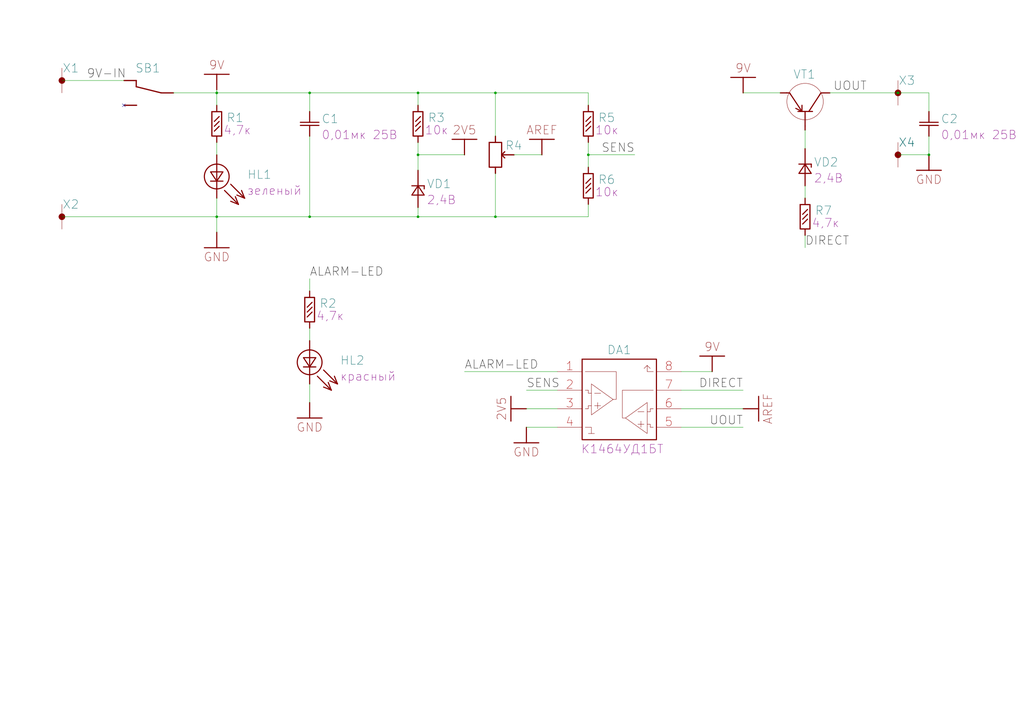
<source format=kicad_sch>
(kicad_sch (version 20211123) (generator eeschema)

  (uuid da827a5c-93d1-4f4d-b6f7-6f6f397c762d)

  (paper "A3")

  (lib_symbols
    (symbol "itr-2-lib:DIP-переключатель_KLS7-SS-12F19-G5" (in_bom yes) (on_board yes)
      (property "Reference" "SB" (id 0) (at 10.16 20.32 0)
        (effects (font (size 3.5 3.5)))
      )
      (property "Value" "DIP-переключатель_KLS7-SS-12F19-G5" (id 1) (at 7.62 -15.24 0)
        (effects (font (size 3.5 3.5)) hide)
      )
      (property "Footprint" "Library:KLS7-SS-12F19-G5" (id 2) (at 5 0 0)
        (effects (font (size 1.27 1.27)) hide)
      )
      (property "Datasheet" "" (id 3) (at 5 0 0)
        (effects (font (size 1.27 1.27)) hide)
      )
      (property "SYMBOL" "2.755" (id 4) (at 1.25 -27.5 0)
        (effects (font (size 3.5052 3.5052)) hide)
      )
      (property "INFO" "" (id 5) (at 7.5 -3.75 0)
        (effects (font (size 3.5052 3.5052)))
      )
      (symbol "DIP-переключатель_KLS7-SS-12F19-G5_0_1"
        (polyline
          (pts
            (xy 5 0)
            (xy 0 0)
          )
          (stroke (width 0.5) (type default) (color 0 0 0 0))
          (fill (type none))
        )
        (polyline
          (pts
            (xy 5 0)
            (xy 15.24 2.54)
          )
          (stroke (width 0.5) (type default) (color 0 0 0 0))
          (fill (type none))
        )
        (polyline
          (pts
            (xy 15.08 -5.08)
            (xy 20.08 -5.08)
          )
          (stroke (width 0.5) (type default) (color 0 0 0 0))
          (fill (type none))
        )
        (polyline
          (pts
            (xy 15.24 5.08)
            (xy 15.24 2.54)
          )
          (stroke (width 0.5) (type default) (color 0 0 0 0))
          (fill (type none))
        )
        (polyline
          (pts
            (xy 15.24 5.08)
            (xy 20.24 5.08)
          )
          (stroke (width 0.5) (type default) (color 0 0 0 0))
          (fill (type none))
        )
      )
      (symbol "DIP-переключатель_KLS7-SS-12F19-G5_1_1"
        (pin output line (at 20.32 5.08 180) (length 5.0038) hide
          (name "" (effects (font (size 3.5052 3.5052))))
          (number "1" (effects (font (size 3.5052 3.5052))))
        )
        (pin input line (at 0 0 0) (length 5.0038) hide
          (name "" (effects (font (size 3.5052 3.5052))))
          (number "2" (effects (font (size 3.5052 3.5052))))
        )
        (pin output line (at 20.32 -5.08 180) (length 5.0038) hide
          (name "" (effects (font (size 3.5052 3.5052))))
          (number "3" (effects (font (size 3.5052 3.5052))))
        )
      )
    )
    (symbol "itr-2-lib:DIP-переменный_резистор_R1001N12B1-A10K_вертикальный" (in_bom yes) (on_board yes)
      (property "Reference" "R" (id 0) (at 2.54 5.08 0)
        (effects (font (size 1.27 1.27)))
      )
      (property "Value" "DIP-переменный_резистор_R1001N12B1-A10K_вертикальный" (id 1) (at 2.54 -7.62 0)
        (effects (font (size 1.27 1.27)) hide)
      )
      (property "Footprint" "Library:R1001N12B1-A10K-vertical" (id 2) (at 0 -12.7 0)
        (effects (font (size 1.27 1.27)) hide)
      )
      (property "Datasheet" "" (id 3) (at 0 0 0)
        (effects (font (size 1.27 1.27)) hide)
      )
      (property "INFO" "" (id 4) (at 0 0 0)
        (effects (font (size 3.5052 3.5052)))
      )
      (symbol "DIP-переменный_резистор_R1001N12B1-A10K_вертикальный_0_1"
        (rectangle (start -5.08 2.54) (end 5.08 -2.54)
          (stroke (width 0.5) (type default) (color 0 0 0 0))
          (fill (type none))
        )
        (polyline
          (pts
            (xy -5.08 0)
            (xy -7.62 0)
          )
          (stroke (width 0.5) (type default) (color 0 0 0 0))
          (fill (type none))
        )
        (polyline
          (pts
            (xy 0 -7.62)
            (xy 0 -2.54)
          )
          (stroke (width 0.5) (type default) (color 0 0 0 0))
          (fill (type none))
        )
        (polyline
          (pts
            (xy 0 -2.54)
            (xy -1.27 -3.81)
          )
          (stroke (width 0.5) (type default) (color 0 0 0 0))
          (fill (type none))
        )
        (polyline
          (pts
            (xy 0 -2.54)
            (xy 1.27 -3.81)
          )
          (stroke (width 0.5) (type default) (color 0 0 0 0))
          (fill (type none))
        )
        (polyline
          (pts
            (xy 5.08 0)
            (xy 7.62 0)
          )
          (stroke (width 0.5) (type default) (color 0 0 0 0))
          (fill (type none))
        )
      )
      (symbol "DIP-переменный_резистор_R1001N12B1-A10K_вертикальный_1_1"
        (pin output line (at -7.62 0 180) (length 0) hide
          (name "" (effects (font (size 3.5052 3.5052))))
          (number "1" (effects (font (size 3.5052 3.5052))))
        )
        (pin output line (at 0 -7.62 270) (length 0) hide
          (name "" (effects (font (size 3.5052 3.5052))))
          (number "2" (effects (font (size 3.5052 3.5052))))
        )
        (pin output line (at 7.62 0 180) (length 0) hide
          (name "" (effects (font (size 3.5052 3.5052))))
          (number "3" (effects (font (size 3.5052 3.5052))))
        )
      )
    )
    (symbol "niisk_lib:#метка-2V5" (pin_names (offset 1.016)) (in_bom yes) (on_board yes)
      (property "Reference" "#2V5" (id 0) (at 0 -1.27 0)
        (effects (font (size 1.27 1.27)) hide)
      )
      (property "Value" "#метка-2V5" (id 1) (at -1.27 -3.81 0)
        (effects (font (size 1.27 1.27)) hide)
      )
      (property "Footprint" "" (id 2) (at 0 0 0)
        (effects (font (size 1.27 1.27)) hide)
      )
      (property "Datasheet" "" (id 3) (at 0 0 0)
        (effects (font (size 1.27 1.27)) hide)
      )
      (symbol "#метка-2V5_0_0"
        (polyline
          (pts
            (xy 0 6.35)
            (xy -5.08 6.35)
          )
          (stroke (width 0.4572) (type default) (color 0 0 0 0))
          (fill (type none))
        )
        (polyline
          (pts
            (xy 0 6.35)
            (xy 5.08 6.35)
          )
          (stroke (width 0.4572) (type default) (color 0 0 0 0))
          (fill (type none))
        )
        (text "2V5" (at 0 10.16 0)
          (effects (font (size 3.5052 3.5052)))
        )
      )
      (symbol "#метка-2V5_0_1"
        (polyline
          (pts
            (xy 0 0)
            (xy 0 6.35)
          )
          (stroke (width 0.4572) (type default) (color 0 0 0 0))
          (fill (type none))
        )
      )
      (symbol "#метка-2V5_1_1"
        (pin power_in line (at 0 0 0) (length 1.27) hide
          (name "2V5" (effects (font (size 1.27 1.27))))
          (number "~" (effects (font (size 1.27 1.27))))
        )
      )
    )
    (symbol "niisk_lib:#метка-9V" (pin_names (offset 1.016)) (in_bom yes) (on_board yes)
      (property "Reference" "#9V" (id 0) (at 0 -1.27 0)
        (effects (font (size 1.27 1.27)) hide)
      )
      (property "Value" "#метка-9V" (id 1) (at -1.27 -3.81 0)
        (effects (font (size 1.27 1.27)) hide)
      )
      (property "Footprint" "" (id 2) (at 0 0 0)
        (effects (font (size 1.27 1.27)) hide)
      )
      (property "Datasheet" "" (id 3) (at 0 0 0)
        (effects (font (size 1.27 1.27)) hide)
      )
      (symbol "#метка-9V_0_0"
        (polyline
          (pts
            (xy 0 6.35)
            (xy -5.08 6.35)
          )
          (stroke (width 0.4572) (type default) (color 0 0 0 0))
          (fill (type none))
        )
        (polyline
          (pts
            (xy 0 6.35)
            (xy 5.08 6.35)
          )
          (stroke (width 0.4572) (type default) (color 0 0 0 0))
          (fill (type none))
        )
        (text "9V" (at 0 10.16 0)
          (effects (font (size 3.5052 3.5052)))
        )
      )
      (symbol "#метка-9V_0_1"
        (polyline
          (pts
            (xy 0 0)
            (xy 0 6.35)
          )
          (stroke (width 0.4572) (type default) (color 0 0 0 0))
          (fill (type none))
        )
      )
      (symbol "#метка-9V_1_1"
        (pin power_in line (at 0 0 0) (length 1.27) hide
          (name "9V" (effects (font (size 1.27 1.27))))
          (number "~" (effects (font (size 1.27 1.27))))
        )
      )
    )
    (symbol "niisk_lib:#метка-AREF" (pin_names (offset 1.016)) (in_bom yes) (on_board yes)
      (property "Reference" "#AREF" (id 0) (at 0 -1.27 0)
        (effects (font (size 1.27 1.27)) hide)
      )
      (property "Value" "#метка-AREF" (id 1) (at -1.27 -3.81 0)
        (effects (font (size 1.27 1.27)) hide)
      )
      (property "Footprint" "" (id 2) (at 0 0 0)
        (effects (font (size 1.27 1.27)) hide)
      )
      (property "Datasheet" "" (id 3) (at 0 0 0)
        (effects (font (size 1.27 1.27)) hide)
      )
      (symbol "#метка-AREF_0_0"
        (polyline
          (pts
            (xy 0 6.35)
            (xy -5.08 6.35)
          )
          (stroke (width 0.4572) (type default) (color 0 0 0 0))
          (fill (type none))
        )
        (polyline
          (pts
            (xy 0 6.35)
            (xy 5.08 6.35)
          )
          (stroke (width 0.4572) (type default) (color 0 0 0 0))
          (fill (type none))
        )
        (text "AREF" (at 0 10.16 0)
          (effects (font (size 3.5052 3.5052)))
        )
      )
      (symbol "#метка-AREF_0_1"
        (polyline
          (pts
            (xy 0 0)
            (xy 0 6.35)
          )
          (stroke (width 0.4572) (type default) (color 0 0 0 0))
          (fill (type none))
        )
      )
      (symbol "#метка-AREF_1_1"
        (pin power_in line (at 0 0 0) (length 1.27) hide
          (name "AREF" (effects (font (size 1.27 1.27))))
          (number "~" (effects (font (size 1.27 1.27))))
        )
      )
    )
    (symbol "niisk_lib:#метка-GND" (pin_names (offset 1.016)) (in_bom yes) (on_board yes)
      (property "Reference" "#GND" (id 0) (at 0 1.27 0)
        (effects (font (size 1.27 1.27)) hide)
      )
      (property "Value" "#метка-GND" (id 1) (at 1.27 3.81 0)
        (effects (font (size 1.27 1.27)) hide)
      )
      (property "Footprint" "" (id 2) (at 0 0 0)
        (effects (font (size 1.27 1.27)) hide)
      )
      (property "Datasheet" "" (id 3) (at 0 0 0)
        (effects (font (size 1.27 1.27)) hide)
      )
      (symbol "#метка-GND_0_0"
        (polyline
          (pts
            (xy 0 -6.35)
            (xy -5.08 -6.35)
          )
          (stroke (width 0.4572) (type default) (color 0 0 0 0))
          (fill (type none))
        )
        (polyline
          (pts
            (xy 0 -6.35)
            (xy 5.08 -6.35)
          )
          (stroke (width 0.4572) (type default) (color 0 0 0 0))
          (fill (type none))
        )
        (text "GND" (at 0 -10.16 0)
          (effects (font (size 3.5052 3.5052)))
        )
      )
      (symbol "#метка-GND_0_1"
        (polyline
          (pts
            (xy 0 0)
            (xy 0 -6.35)
          )
          (stroke (width 0.4572) (type default) (color 0 0 0 0))
          (fill (type none))
        )
      )
      (symbol "#метка-GND_1_1"
        (pin power_in line (at 0 0 180) (length 1.27) hide
          (name "GND" (effects (font (size 1.27 1.27))))
          (number "~" (effects (font (size 1.27 1.27))))
        )
      )
    )
    (symbol "niisk_lib:ico*группа_монтажных_отв.&1шт_1.2мм" (pin_names (offset 1.016)) (in_bom yes) (on_board yes)
      (property "Reference" "X" (id 0) (at 0 7.62 0)
        (effects (font (size 3.5052 3.5052)))
      )
      (property "Value" "ico*группа_монтажных_отв.&1шт_1.2мм" (id 1) (at 7.62 -22.86 0)
        (effects (font (size 1.27 1.27)) hide)
      )
      (property "Footprint" "MOTOR_ICO:Отверстие_под_пайку_D1.2" (id 2) (at 8.89 -25.4 0)
        (effects (font (size 1.27 1.27)) hide)
      )
      (property "Datasheet" "" (id 3) (at 0 -12.7 0)
        (effects (font (size 1.27 1.27)) hide)
      )
      (symbol "ico*группа_монтажных_отв.&1шт_1.2мм_0_0"
        (polyline
          (pts
            (xy 0 -1.27)
            (xy 0 -5.08)
          )
          (stroke (width 0.1524) (type default) (color 0 0 0 0))
          (fill (type none))
        )
        (polyline
          (pts
            (xy 0 5.08)
            (xy 0 1.27)
          )
          (stroke (width 0.1524) (type default) (color 0 0 0 0))
          (fill (type none))
        )
        (circle (center 0 0) (radius 1.27)
          (stroke (width 0.1524) (type default) (color 0 0 0 0))
          (fill (type outline))
        )
      )
      (symbol "ico*группа_монтажных_отв.&1шт_1.2мм_1_1"
        (pin input line (at 0 0 0) (length 0) hide
          (name "1" (effects (font (size 3.5052 3.5052))))
          (number "1" (effects (font (size 1.27 1.27))))
        )
      )
    )
    (symbol "niisk_lib:smd-конденсатор-керамика*0,01мк*25В*0603*ВП" (pin_names (offset 1.016)) (in_bom yes) (on_board yes)
      (property "Reference" "C" (id 0) (at 0 7.62 0)
        (effects (font (size 3.5052 3.5052)))
      )
      (property "Value" "smd-конденсатор-керамика*0,01мк*25В*0603*ВП" (id 1) (at 0 -12.7 0)
        (effects (font (size 1.27 1.27)) hide)
      )
      (property "Footprint" "MOTOR_RLC:Конденсатор_SMD_IEC_0603" (id 2) (at 0 -15.24 0)
        (effects (font (size 1.27 1.27)) hide)
      )
      (property "Datasheet" "${NIISK_LIB}/PDF/К10-83_СП.pdf" (id 3) (at 0 0 0)
        (effects (font (size 1.27 1.27)) hide)
      )
      (property "INFO" "0,01мк 25В" (id 4) (at 0 -7.62 0)
        (effects (font (size 3.5052 3.5052)))
      )
      (property "ЭКБ" "2019" (id 5) (at 0 -22.86 0)
        (effects (font (size 1.27 1.27)) hide)
      )
      (property "NAME" "Конденсатор К10-83-25В-0,01мкФ+-10проц.-Н30 АЖЯР.673511.008 ТУ" (id 6) (at 0 -17.78 0)
        (effects (font (size 1.27 1.27)) hide)
      )
      (property "SYMBOL" "2.728" (id 7) (at 0 -20.32 0)
        (effects (font (size 1.27 1.27)) hide)
      )
      (property "ki_keywords" "Конденсатор, керамический, 25В, 0,01мкф, 0603" (id 8) (at 0 0 0)
        (effects (font (size 1.27 1.27)) hide)
      )
      (property "ki_description" "Конденсатор 25В 0,01мкф 0603" (id 9) (at 0 0 0)
        (effects (font (size 1.27 1.27)) hide)
      )
      (symbol "smd-конденсатор-керамика*0,01мк*25В*0603*ВП_1_1"
        (polyline
          (pts
            (xy -0.635 0)
            (xy -5.08 0)
          )
          (stroke (width 0.4572) (type default) (color 0 0 0 0))
          (fill (type none))
        )
        (polyline
          (pts
            (xy -0.635 3.81)
            (xy -0.635 -3.81)
          )
          (stroke (width 0.4572) (type default) (color 0 0 0 0))
          (fill (type none))
        )
        (polyline
          (pts
            (xy 0.635 0)
            (xy 5.08 0)
          )
          (stroke (width 0.4572) (type default) (color 0 0 0 0))
          (fill (type none))
        )
        (polyline
          (pts
            (xy 0.635 3.81)
            (xy 0.635 -3.81)
          )
          (stroke (width 0.4572) (type default) (color 0 0 0 0))
          (fill (type none))
        )
        (pin input line (at -5.08 0 180) (length 0) hide
          (name "~" (effects (font (size 1.27 1.27))))
          (number "1" (effects (font (size 1.27 1.27))))
        )
        (pin input line (at 5.08 0 0) (length 0) hide
          (name "~" (effects (font (size 1.27 1.27))))
          (number "2" (effects (font (size 1.27 1.27))))
        )
      )
    )
    (symbol "niisk_lib:smd-светодиод*красный*10мА*0603*ВП" (pin_names (offset 1.016)) (in_bom yes) (on_board yes)
      (property "Reference" "HL" (id 0) (at 3.175 8.255 0)
        (effects (font (size 3.5052 3.5052)))
      )
      (property "Value" "smd-светодиод*красный*10мА*0603*ВП" (id 1) (at 12.065 -11.43 0)
        (effects (font (size 1.27 1.27)) hide)
      )
      (property "Footprint" "MOTOR_VD_VT_HL:Светодиод_SMD_IEC_0603(AK)" (id 2) (at 8.89 -17.78 0)
        (effects (font (size 1.27 1.27)) hide)
      )
      (property "Datasheet" "${NIISK_LIB}/PDF/ИПД169.pdf" (id 3) (at 6.985 0 0)
        (effects (font (size 1.27 1.27)) hide)
      )
      (property "SYMBOL" "2.730" (id 4) (at 9.525 -13.97 0)
        (effects (font (size 1.27 1.27)) hide)
      )
      (property "INFO" "красный" (id 5) (at 9.525 -7.62 0)
        (effects (font (size 3.5052 3.5052)))
      )
      (property "NAME" "Индикатор ИПД169А9-К АЕЯР.432220.765 ТУ" (id 6) (at 12.7 -20.32 0)
        (effects (font (size 1.27 1.27)) hide)
      )
      (symbol "smd-светодиод*красный*10мА*0603*ВП_0_1"
        (polyline
          (pts
            (xy 3.81 0)
            (xy 0 0)
          )
          (stroke (width 0.4572) (type default) (color 0 0 0 0))
          (fill (type none))
        )
        (polyline
          (pts
            (xy 3.81 0)
            (xy 13.97 0)
          )
          (stroke (width 0.4572) (type default) (color 0 0 0 0))
          (fill (type none))
        )
        (polyline
          (pts
            (xy 10.795 2.54)
            (xy 10.795 -2.54)
          )
          (stroke (width 0.4572) (type default) (color 0 0 0 0))
          (fill (type none))
        )
        (polyline
          (pts
            (xy 12.065 5.715)
            (xy 17.78 11.43)
          )
          (stroke (width 0.4572) (type default) (color 0 0 0 0))
          (fill (type none))
        )
        (polyline
          (pts
            (xy 13.97 0)
            (xy 17.78 0)
          )
          (stroke (width 0.4572) (type default) (color 0 0 0 0))
          (fill (type none))
        )
        (polyline
          (pts
            (xy 14.605 3.175)
            (xy 20.32 8.89)
          )
          (stroke (width 0.4572) (type default) (color 0 0 0 0))
          (fill (type none))
        )
        (polyline
          (pts
            (xy 17.78 11.43)
            (xy 14.605 10.16)
          )
          (stroke (width 0.4572) (type default) (color 0 0 0 0))
          (fill (type none))
        )
        (polyline
          (pts
            (xy 17.78 11.43)
            (xy 16.51 8.255)
          )
          (stroke (width 0.4572) (type default) (color 0 0 0 0))
          (fill (type none))
        )
        (polyline
          (pts
            (xy 20.32 8.89)
            (xy 17.145 7.62)
          )
          (stroke (width 0.4572) (type default) (color 0 0 0 0))
          (fill (type none))
        )
        (polyline
          (pts
            (xy 20.32 8.89)
            (xy 19.05 5.715)
          )
          (stroke (width 0.4572) (type default) (color 0 0 0 0))
          (fill (type none))
        )
        (polyline
          (pts
            (xy 6.985 2.54)
            (xy 6.985 -2.54)
            (xy 10.795 0)
            (xy 6.985 2.54)
          )
          (stroke (width 0.4572) (type default) (color 0 0 0 0))
          (fill (type none))
        )
        (circle (center 8.89 0) (radius 5.08)
          (stroke (width 0.4572) (type default) (color 0 0 0 0))
          (fill (type none))
        )
      )
      (symbol "smd-светодиод*красный*10мА*0603*ВП_1_1"
        (pin input line (at 0 0 0) (length 0) hide
          (name "A" (effects (font (size 1.27 1.27))))
          (number "A" (effects (font (size 1.27 1.27))))
        )
        (pin input line (at 17.78 0 0) (length 0) hide
          (name "K" (effects (font (size 1.27 1.27))))
          (number "K" (effects (font (size 1.27 1.27))))
        )
      )
    )
    (symbol "niisk_lib:smd-транзистор*pnp*0,5А*50В*КТ-46*ОТК" (pin_names (offset 1.016)) (in_bom yes) (on_board yes)
      (property "Reference" "VT" (id 0) (at 5.842 13.208 0)
        (effects (font (size 3.5052 3.5052)))
      )
      (property "Value" "smd-транзистор*pnp*0,5А*50В*КТ-46*ОТК" (id 1) (at 0.635 -12.573 0)
        (effects (font (size 1.27 1.27)) hide)
      )
      (property "Footprint" "MOTOR_VD_VT_HL:Корпус_КТ-46" (id 2) (at 1.905 -14.605 0)
        (effects (font (size 1.27 1.27)) hide)
      )
      (property "Datasheet" "${NIISK_LIB}/PDF/КТ228-КТ229.pdf" (id 3) (at -2.921 0 0)
        (effects (font (size 1.27 1.27)) hide)
      )
      (property "INFO" "0,5A, 50В" (id 4) (at 0.635 -16.51 0)
        (effects (font (size 1.27 1.27)) hide)
      )
      (property "NAME" "Транзистор_КТ228Г9" (id 5) (at 0 0 0)
        (effects (font (size 1.27 1.27)) hide)
      )
      (symbol "smd-транзистор*pnp*0,5А*50В*КТ-46*ОТК_0_0"
        (polyline
          (pts
            (xy -6.35 7.62)
            (xy -1.27 0)
          )
          (stroke (width 0.4572) (type default) (color 0 0 0 0))
          (fill (type none))
        )
        (polyline
          (pts
            (xy -1.27 0)
            (xy -1.27 2.54)
          )
          (stroke (width 0.4572) (type default) (color 0 0 0 0))
          (fill (type none))
        )
        (polyline
          (pts
            (xy -1.27 0)
            (xy -3.81 1.27)
            (xy -1.27 0)
          )
          (stroke (width 0.4572) (type default) (color 0 0 0 0))
          (fill (type none))
        )
      )
      (symbol "smd-транзистор*pnp*0,5А*50В*КТ-46*ОТК_0_1"
        (polyline
          (pts
            (xy -10.16 7.62)
            (xy -7.493 7.62)
          )
          (stroke (width 0.4572) (type default) (color 0 0 0 0))
          (fill (type none))
        )
        (polyline
          (pts
            (xy -2.921 0)
            (xy 3.048 0)
          )
          (stroke (width 0.4572) (type default) (color 0 0 0 0))
          (fill (type none))
        )
        (polyline
          (pts
            (xy 0 -7.62)
            (xy 0 -5.969)
          )
          (stroke (width 0.4572) (type default) (color 0 0 0 0))
          (fill (type none))
        )
        (polyline
          (pts
            (xy 0 0)
            (xy 0 -5.969)
          )
          (stroke (width 0.4572) (type default) (color 0 0 0 0))
          (fill (type none))
        )
        (polyline
          (pts
            (xy 1.524 0)
            (xy 6.096 6.985)
          )
          (stroke (width 0.4572) (type default) (color 0 0 0 0))
          (fill (type none))
        )
        (polyline
          (pts
            (xy 10.16 7.62)
            (xy 7.747 7.62)
          )
          (stroke (width 0.4572) (type default) (color 0 0 0 0))
          (fill (type none))
        )
        (polyline
          (pts
            (xy -5.969 6.985)
            (xy -6.35 7.62)
            (xy -7.62 7.62)
          )
          (stroke (width 0.4572) (type default) (color 0 0 0 0))
          (fill (type none))
        )
        (polyline
          (pts
            (xy 6.096 6.985)
            (xy 6.477 7.62)
            (xy 7.62 7.62)
          )
          (stroke (width 0.4572) (type default) (color 0 0 0 0))
          (fill (type none))
        )
        (circle (center 0 4.064) (radius 7.4676)
          (stroke (width 0.1524) (type default) (color 0 0 0 0))
          (fill (type none))
        )
      )
      (symbol "smd-транзистор*pnp*0,5А*50В*КТ-46*ОТК_1_1"
        (pin input line (at 0 -7.62 90) (length 2.54) hide
          (name "~" (effects (font (size 1.27 1.27))))
          (number "1" (effects (font (size 3.5052 3.5052))))
        )
        (pin input line (at -10.16 7.62 0) (length 2.54) hide
          (name "~" (effects (font (size 1.27 1.27))))
          (number "2" (effects (font (size 3.5052 3.5052))))
        )
        (pin input line (at 10.16 7.62 180) (length 2.54) hide
          (name "~" (effects (font (size 1.27 1.27))))
          (number "3" (effects (font (size 3.5052 3.5052))))
        )
      )
    )
    (symbol "niisk_lib:ОУ*сдвоенный*so-8*ОТК" (pin_names (offset 1.016)) (in_bom yes) (on_board yes)
      (property "Reference" "DA" (id 0) (at 35.56 8.89 0)
        (effects (font (size 3.5052 3.5052)))
      )
      (property "Value" "ОУ*сдвоенный*so-8*ОТК" (id 1) (at 26.035 13.97 0)
        (effects (font (size 1.524 1.524)) hide)
      )
      (property "Footprint" "MOTOR_IMPORT_OTK:SO-8" (id 2) (at -124.46 73.66 0)
        (effects (font (size 1.524 1.524)) hide)
      )
      (property "Datasheet" "${NIISK_LIB}/PDF/1464УД1.pdf" (id 3) (at -124.46 73.66 0)
        (effects (font (size 1.524 1.524)) hide)
      )
      (property "SYMBOL" "2.743" (id 4) (at 20.32 0 0)
        (effects (font (size 1.27 1.27)) hide)
      )
      (property "NAME" "К1464УД1БТ" (id 5) (at 25.4 -33.02 0)
        (effects (font (size 3.5052 3.5052)))
      )
      (property "ki_description" "Двухканальный ОУ; Напряжение 3...30 В; Частота 1,1 МГц; Напряжение смещения 2 мкВ" (id 6) (at 0 0 0)
        (effects (font (size 1.27 1.27)) hide)
      )
      (symbol "ОУ*сдвоенный*so-8*ОТК_0_1"
        (polyline
          (pts
            (xy 12.7 -25.4)
            (xy 15.24 -25.4)
          )
          (stroke (width 0.1524) (type default) (color 0 0 0 0))
          (fill (type none))
        )
        (polyline
          (pts
            (xy 15.24 -13.97)
            (xy 17.78 -13.97)
          )
          (stroke (width 0.1524) (type default) (color 0 0 0 0))
          (fill (type none))
        )
        (polyline
          (pts
            (xy 15.24 -8.89)
            (xy 17.78 -8.89)
          )
          (stroke (width 0.1524) (type default) (color 0 0 0 0))
          (fill (type none))
        )
        (polyline
          (pts
            (xy 16.51 -12.7)
            (xy 16.51 -15.24)
          )
          (stroke (width 0.1524) (type default) (color 0 0 0 0))
          (fill (type none))
        )
        (polyline
          (pts
            (xy 34.29 -20.32)
            (xy 34.29 -22.86)
          )
          (stroke (width 0.1524) (type default) (color 0 0 0 0))
          (fill (type none))
        )
        (polyline
          (pts
            (xy 35.56 -21.59)
            (xy 33.02 -21.59)
          )
          (stroke (width 0.1524) (type default) (color 0 0 0 0))
          (fill (type none))
        )
        (polyline
          (pts
            (xy 35.56 -16.51)
            (xy 33.02 -16.51)
          )
          (stroke (width 0.1524) (type default) (color 0 0 0 0))
          (fill (type none))
        )
        (polyline
          (pts
            (xy 36.83 2.54)
            (xy 38.1 1.27)
          )
          (stroke (width 0.1524) (type default) (color 0 0 0 0))
          (fill (type none))
        )
        (polyline
          (pts
            (xy 11.43 -22.86)
            (xy 13.97 -22.86)
            (xy 13.97 -25.4)
          )
          (stroke (width 0.1524) (type default) (color 0 0 0 0))
          (fill (type none))
        )
        (polyline
          (pts
            (xy 11.43 -15.24)
            (xy 12.7 -15.24)
            (xy 12.7 -13.97)
            (xy 13.97 -13.97)
          )
          (stroke (width 0.1524) (type default) (color 0 0 0 0))
          (fill (type none))
        )
        (polyline
          (pts
            (xy 11.43 -7.62)
            (xy 12.7 -7.62)
            (xy 12.7 -8.89)
            (xy 13.97 -8.89)
          )
          (stroke (width 0.1524) (type default) (color 0 0 0 0))
          (fill (type none))
        )
        (polyline
          (pts
            (xy 11.43 0)
            (xy 24.13 0)
            (xy 24.13 -11.43)
            (xy 22.86 -11.43)
          )
          (stroke (width 0.1524) (type default) (color 0 0 0 0))
          (fill (type none))
        )
        (polyline
          (pts
            (xy 13.97 -5.08)
            (xy 13.97 -17.78)
            (xy 22.86 -11.43)
            (xy 13.97 -5.08)
          )
          (stroke (width 0.1524) (type default) (color 0 0 0 0))
          (fill (type none))
        )
        (polyline
          (pts
            (xy 36.83 -12.7)
            (xy 36.83 -25.4)
            (xy 27.94 -19.05)
            (xy 36.83 -12.7)
          )
          (stroke (width 0.1524) (type default) (color 0 0 0 0))
          (fill (type none))
        )
        (polyline
          (pts
            (xy 39.37 -22.86)
            (xy 38.1 -22.86)
            (xy 38.1 -21.59)
            (xy 36.83 -21.59)
          )
          (stroke (width 0.1524) (type default) (color 0 0 0 0))
          (fill (type none))
        )
        (polyline
          (pts
            (xy 39.37 -15.24)
            (xy 38.1 -15.24)
            (xy 38.1 -16.51)
            (xy 36.83 -16.51)
          )
          (stroke (width 0.1524) (type default) (color 0 0 0 0))
          (fill (type none))
        )
        (polyline
          (pts
            (xy 39.37 -7.62)
            (xy 26.67 -7.62)
            (xy 26.67 -19.05)
            (xy 27.94 -19.05)
          )
          (stroke (width 0.1524) (type default) (color 0 0 0 0))
          (fill (type none))
        )
        (polyline
          (pts
            (xy 39.37 0)
            (xy 36.83 0)
            (xy 36.83 2.54)
            (xy 35.56 1.27)
          )
          (stroke (width 0.1524) (type default) (color 0 0 0 0))
          (fill (type none))
        )
        (rectangle (start 10.16 5.08) (end 40.64 -27.94)
          (stroke (width 0.4572) (type default) (color 0 0 0 0))
          (fill (type none))
        )
      )
      (symbol "ОУ*сдвоенный*so-8*ОТК_1_1"
        (pin output line (at 0 0 0) (length 10.16)
          (name "~" (effects (font (size 3.5052 3.5052))))
          (number "1" (effects (font (size 3.5052 3.5052))))
        )
        (pin input line (at 0 -7.62 0) (length 10.16)
          (name "~" (effects (font (size 3.5052 3.5052))))
          (number "2" (effects (font (size 3.5052 3.5052))))
        )
        (pin input line (at 0 -15.24 0) (length 10.16)
          (name "~" (effects (font (size 3.5052 3.5052))))
          (number "3" (effects (font (size 3.5052 3.5052))))
        )
        (pin power_in line (at 0 -22.86 0) (length 10.16)
          (name "~" (effects (font (size 3.5052 3.5052))))
          (number "4" (effects (font (size 3.5052 3.5052))))
        )
        (pin input line (at 50.8 -22.86 180) (length 10.16)
          (name "~" (effects (font (size 3.5052 3.5052))))
          (number "5" (effects (font (size 3.5052 3.5052))))
        )
        (pin input line (at 50.8 -15.24 180) (length 10.16)
          (name "~" (effects (font (size 3.5052 3.5052))))
          (number "6" (effects (font (size 3.5052 3.5052))))
        )
        (pin output line (at 50.8 -7.62 180) (length 10.16)
          (name "~" (effects (font (size 3.5052 3.5052))))
          (number "7" (effects (font (size 3.5052 3.5052))))
        )
        (pin power_in line (at 50.8 0 180) (length 10.16)
          (name "~" (effects (font (size 3.5052 3.5052))))
          (number "8" (effects (font (size 3.5052 3.5052))))
        )
      )
    )
    (symbol "niisk_lib_R:smd-резистор*10к*0,1Вт*5проц*0603*ВП" (pin_numbers hide) (in_bom yes) (on_board yes)
      (property "Reference" "R" (id 0) (at 0 5.08 0)
        (effects (font (size 3.5 3.5)))
      )
      (property "Value" "smd-резистор*10к*0,1Вт*5проц*0603*ВП" (id 1) (at 0 -9 0)
        (effects (font (size 1 1)) hide)
      )
      (property "Footprint" "KICAD6_RLC:Резистор_SMD_IEC_0603-0,1_Вт" (id 2) (at 0 -13 0)
        (effects (font (size 1 1)) hide)
      )
      (property "Datasheet" "${NIISK_LIB}/PDF/Р1-12_СП.pdf" (id 3) (at 0 -15 0)
        (effects (font (size 1 1)) hide)
      )
      (property "NAME" "Резистор Р1-12-0,1 ум.-10 кОм+-5проц.-Н-«А» ШКАБ.434110.002ТУ" (id 4) (at 0 -11 0)
        (effects (font (size 1 1)) hide)
      )
      (property "SYMBOL" "2.728" (id 5) (at 0 -17 0)
        (effects (font (size 1 1)) hide)
      )
      (property "INFO" "10к" (id 6) (at 0 -5.5 0)
        (effects (font (size 3.5 3.5)))
      )
      (property "SUPPLIER" "АО \"РЕСУРС\"" (id 7) (at 0 -19 0)
        (effects (font (size 1 1)) hide)
      )
      (property "ЭКБ" "2021" (id 8) (at 0 -21 0)
        (effects (font (size 1 1)) hide)
      )
      (symbol "smd-резистор*10к*0,1Вт*5проц*0603*ВП_0_1"
        (rectangle (start -5 2) (end 5 -2)
          (stroke (width 0.5) (type default) (color 0 0 0 0))
          (fill (type none))
        )
        (polyline
          (pts
            (xy -5.08 0)
            (xy -7.62 0)
          )
          (stroke (width 0.4572) (type default) (color 0 0 0 0))
          (fill (type none))
        )
        (polyline
          (pts
            (xy -3 1)
            (xy -1 -1)
          )
          (stroke (width 0.4572) (type default) (color 0 0 0 0))
          (fill (type none))
        )
        (polyline
          (pts
            (xy -1 1)
            (xy 1 -1)
          )
          (stroke (width 0.4572) (type default) (color 0 0 0 0))
          (fill (type none))
        )
        (polyline
          (pts
            (xy 1 1)
            (xy 3 -1)
          )
          (stroke (width 0.4572) (type default) (color 0 0 0 0))
          (fill (type none))
        )
        (polyline
          (pts
            (xy 5.08 0)
            (xy 7.62 0)
          )
          (stroke (width 0.4572) (type default) (color 0 0 0 0))
          (fill (type none))
        )
      )
      (symbol "smd-резистор*10к*0,1Вт*5проц*0603*ВП_1_1"
        (pin input line (at -7.62 0 0) (length 0)
          (name "" (effects (font (size 1.27 1.27))))
          (number "1" (effects (font (size 1.27 1.27))))
        )
        (pin input line (at 7.62 0 180) (length 0)
          (name "" (effects (font (size 1.27 1.27))))
          (number "2" (effects (font (size 1.27 1.27))))
        )
      )
    )
    (symbol "niisk_lib_R:smd-резистор*4,7к*0,1Вт*5проц*0603*ВП" (pin_numbers hide) (in_bom yes) (on_board yes)
      (property "Reference" "R" (id 0) (at 0 5.08 0)
        (effects (font (size 3.5 3.5)))
      )
      (property "Value" "smd-резистор*4,7к*0,1Вт*5проц*0603*ВП" (id 1) (at 0 -9 0)
        (effects (font (size 1 1)) hide)
      )
      (property "Footprint" "KICAD6_RLC:Резистор_SMD_IEC_0603-0,1_Вт" (id 2) (at 0 -13 0)
        (effects (font (size 1 1)) hide)
      )
      (property "Datasheet" "${NIISK_LIB}/PDF/Р1-12_СП.pdf" (id 3) (at 0 -15 0)
        (effects (font (size 1 1)) hide)
      )
      (property "NAME" "Резистор Р1-12-0,1 ум.-4,7 кОм+-5проц.-Н-«А» ШКАБ.434110.002ТУ" (id 4) (at 0 -11 0)
        (effects (font (size 1 1)) hide)
      )
      (property "SYMBOL" "2.728" (id 5) (at 0 -17 0)
        (effects (font (size 1 1)) hide)
      )
      (property "INFO" "4,7к" (id 6) (at 0 -5.5 0)
        (effects (font (size 3.5 3.5)))
      )
      (property "SUPPLIER" "АО \"РЕСУРС\"" (id 7) (at 0 -19 0)
        (effects (font (size 1 1)) hide)
      )
      (property "ЭКБ" "2021" (id 8) (at 0 -21 0)
        (effects (font (size 1 1)) hide)
      )
      (symbol "smd-резистор*4,7к*0,1Вт*5проц*0603*ВП_0_1"
        (rectangle (start -5 2) (end 5 -2)
          (stroke (width 0.5) (type default) (color 0 0 0 0))
          (fill (type none))
        )
        (polyline
          (pts
            (xy -5.08 0)
            (xy -7.62 0)
          )
          (stroke (width 0.4572) (type default) (color 0 0 0 0))
          (fill (type none))
        )
        (polyline
          (pts
            (xy -3 1)
            (xy -1 -1)
          )
          (stroke (width 0.4572) (type default) (color 0 0 0 0))
          (fill (type none))
        )
        (polyline
          (pts
            (xy -1 1)
            (xy 1 -1)
          )
          (stroke (width 0.4572) (type default) (color 0 0 0 0))
          (fill (type none))
        )
        (polyline
          (pts
            (xy 1 1)
            (xy 3 -1)
          )
          (stroke (width 0.4572) (type default) (color 0 0 0 0))
          (fill (type none))
        )
        (polyline
          (pts
            (xy 5.08 0)
            (xy 7.62 0)
          )
          (stroke (width 0.4572) (type default) (color 0 0 0 0))
          (fill (type none))
        )
      )
      (symbol "smd-резистор*4,7к*0,1Вт*5проц*0603*ВП_1_1"
        (pin input line (at -7.62 0 0) (length 0)
          (name "" (effects (font (size 1.27 1.27))))
          (number "1" (effects (font (size 1.27 1.27))))
        )
        (pin input line (at 7.62 0 180) (length 0)
          (name "" (effects (font (size 1.27 1.27))))
          (number "2" (effects (font (size 1.27 1.27))))
        )
      )
    )
    (symbol "niisk_lib_V:smd-стабилитрон*6,8В*5мА*КД-36*ОТК" (pin_numbers hide) (pin_names (offset 0) hide) (in_bom yes) (on_board yes)
      (property "Reference" "VD" (id 0) (at 7.62 6.35 0)
        (effects (font (size 3.5052 3.5052)))
      )
      (property "Value" "smd-стабилитрон*6,8В*5мА*КД-36*ОТК" (id 1) (at 6.35 -11.43 0)
        (effects (font (size 1.27 1.27)) hide)
      )
      (property "Footprint" "MOTOR_VD_VT_HL:Корпус_IEC_КД-36" (id 2) (at 6.35 -13.97 0)
        (effects (font (size 1.27 1.27)) hide)
      )
      (property "Datasheet" "${NIISK_LIB}/PDF/Стабилитроны_Восток.pdf" (id 3) (at 6.35 -16.51 0)
        (effects (font (size 1.27 1.27)) hide)
      )
      (property "SYMBOL" "2.730" (id 4) (at 6.35 -26.67 0)
        (effects (font (size 1.27 1.27)) hide)
      )
      (property "INFO" "6,8В" (id 5) (at 7.62 -6.35 0)
        (effects (font (size 3.5052 3.5052)))
      )
      (property "SUPPLIER" "АО \"НЗПП Восток\", г. Новосибирск" (id 6) (at 6.35 -21.59 0)
        (effects (font (size 1.27 1.27)) hide)
      )
      (property "ANALOG" "BZV55C6V8" (id 7) (at 6.35 -24.13 0)
        (effects (font (size 1.27 1.27)) hide)
      )
      (property "NAME" "Стабилитрон 2С4005А91 АЕЯР.432120.780 ТУ" (id 8) (at 6.35 -19.05 0)
        (effects (font (size 1.27 1.27)) hide)
      )
      (symbol "smd-стабилитрон*6,8В*5мА*КД-36*ОТК_0_1"
        (polyline
          (pts
            (xy 0 0)
            (xy 15.24 0)
          )
          (stroke (width 0.4572) (type default) (color 0 0 0 0))
          (fill (type none))
        )
        (polyline
          (pts
            (xy 8.89 -2.54)
            (xy 7.62 -2.54)
          )
          (stroke (width 0.4572) (type default) (color 0 0 0 0))
          (fill (type none))
        )
        (polyline
          (pts
            (xy 8.89 2.54)
            (xy 8.89 -2.54)
          )
          (stroke (width 0.4572) (type default) (color 0 0 0 0))
          (fill (type none))
        )
        (polyline
          (pts
            (xy 5.08 2.54)
            (xy 5.08 -2.54)
            (xy 8.89 0)
            (xy 5.08 2.54)
          )
          (stroke (width 0.4572) (type default) (color 0 0 0 0))
          (fill (type none))
        )
      )
      (symbol "smd-стабилитрон*6,8В*5мА*КД-36*ОТК_1_1"
        (pin input line (at 0 0 0) (length 0)
          (name "A" (effects (font (size 1.27 1.27))))
          (number "A" (effects (font (size 1.27 1.27))))
        )
        (pin input line (at 15.24 0 180) (length 0)
          (name "K" (effects (font (size 1.27 1.27))))
          (number "K" (effects (font (size 1.27 1.27))))
        )
      )
    )
    (symbol "smd-светодиод*зеленый*10мА*0603*ВП_1" (pin_names (offset 1.016)) (in_bom yes) (on_board yes)
      (property "Reference" "HL" (id 0) (at 3.175 8.255 0)
        (effects (font (size 3.5052 3.5052)))
      )
      (property "Value" "smd-светодиод*зеленый*10мА*0603*ВП_1" (id 1) (at 10.16 -12.7 0)
        (effects (font (size 3.5052 3.5052)) hide)
      )
      (property "Footprint" "MOTOR_VD_VT_HL:Светодиод_SMD_IEC_0603(AK)" (id 2) (at 10.16 -17.78 0)
        (effects (font (size 3.5052 3.5052)) hide)
      )
      (property "Datasheet" "${NIISK_LIB}/PDF/ИПД169.pdf" (id 3) (at 6.985 0 0)
        (effects (font (size 3.5052 3.5052)) hide)
      )
      (property "SYMBOL" "2.730" (id 4) (at 10.16 -33.02 0)
        (effects (font (size 3.5052 3.5052)) hide)
      )
      (property "INFO" "зеленый" (id 5) (at 9.525 -7.62 0)
        (effects (font (size 3.5052 3.5052)))
      )
      (property "NAME" "Индикатор ИПД169А9-Л АЕЯР.432220.765 ТУ" (id 6) (at 10.16 -22.86 0)
        (effects (font (size 3.5052 3.5052)) hide)
      )
      (property "SUPPLIER" "АО \"Протон\", г. Орел" (id 7) (at 10.16 -27.94 0)
        (effects (font (size 3.5052 3.5052)) hide)
      )
      (property "ЭКБ" "2021" (id 8) (at 10.16 -38.1 0)
        (effects (font (size 3.5052 3.5052)) hide)
      )
      (symbol "smd-светодиод*зеленый*10мА*0603*ВП_1_0_1"
        (polyline
          (pts
            (xy 3.81 0)
            (xy 0 0)
          )
          (stroke (width 0.4572) (type default) (color 0 0 0 0))
          (fill (type none))
        )
        (polyline
          (pts
            (xy 3.81 0)
            (xy 13.97 0)
          )
          (stroke (width 0.4572) (type default) (color 0 0 0 0))
          (fill (type none))
        )
        (polyline
          (pts
            (xy 10.795 2.54)
            (xy 10.795 -2.54)
          )
          (stroke (width 0.4572) (type default) (color 0 0 0 0))
          (fill (type none))
        )
        (polyline
          (pts
            (xy 12.065 5.715)
            (xy 17.78 11.43)
          )
          (stroke (width 0.4572) (type default) (color 0 0 0 0))
          (fill (type none))
        )
        (polyline
          (pts
            (xy 13.97 0)
            (xy 17.78 0)
          )
          (stroke (width 0.4572) (type default) (color 0 0 0 0))
          (fill (type none))
        )
        (polyline
          (pts
            (xy 14.605 3.175)
            (xy 20.32 8.89)
          )
          (stroke (width 0.4572) (type default) (color 0 0 0 0))
          (fill (type none))
        )
        (polyline
          (pts
            (xy 17.78 11.43)
            (xy 14.605 10.16)
          )
          (stroke (width 0.4572) (type default) (color 0 0 0 0))
          (fill (type none))
        )
        (polyline
          (pts
            (xy 17.78 11.43)
            (xy 16.51 8.255)
          )
          (stroke (width 0.4572) (type default) (color 0 0 0 0))
          (fill (type none))
        )
        (polyline
          (pts
            (xy 20.32 8.89)
            (xy 17.145 7.62)
          )
          (stroke (width 0.4572) (type default) (color 0 0 0 0))
          (fill (type none))
        )
        (polyline
          (pts
            (xy 20.32 8.89)
            (xy 19.05 5.715)
          )
          (stroke (width 0.4572) (type default) (color 0 0 0 0))
          (fill (type none))
        )
        (polyline
          (pts
            (xy 6.985 2.54)
            (xy 6.985 -2.54)
            (xy 10.795 0)
            (xy 6.985 2.54)
          )
          (stroke (width 0.4572) (type default) (color 0 0 0 0))
          (fill (type none))
        )
        (circle (center 8.89 0) (radius 5.08)
          (stroke (width 0.4572) (type default) (color 0 0 0 0))
          (fill (type none))
        )
      )
      (symbol "smd-светодиод*зеленый*10мА*0603*ВП_1_1_1"
        (pin input line (at 0 0 0) (length 0) hide
          (name "A" (effects (font (size 1.27 1.27))))
          (number "A" (effects (font (size 1.27 1.27))))
        )
        (pin input line (at 17.78 0 0) (length 0) hide
          (name "K" (effects (font (size 1.27 1.27))))
          (number "K" (effects (font (size 1.27 1.27))))
        )
      )
    )
  )

  (junction (at 171.45 63.5) (diameter 0) (color 0 0 0 0)
    (uuid 080c2a2e-dbfc-44f7-bb65-211e4de6f3f0)
  )
  (junction (at 171.45 88.9) (diameter 0) (color 0 0 0 0)
    (uuid 163c5e4b-b829-4590-9c7d-3c2fdae636a7)
  )
  (junction (at 381 63.5) (diameter 0) (color 0 0 0 0)
    (uuid 188df7e6-307d-4005-b504-87e7c0a0fef8)
  )
  (junction (at 88.9 88.9) (diameter 0) (color 0 0 0 0)
    (uuid 335501f3-f5f7-49c0-b17c-4417509f9b36)
  )
  (junction (at 203.2 88.9) (diameter 0) (color 0 0 0 0)
    (uuid b0a200aa-6bea-4611-a3e1-846b00eb1f19)
  )
  (junction (at 127 88.9) (diameter 0) (color 0 0 0 0)
    (uuid b0e8bceb-43d4-46de-bdc1-ffc97b7136b0)
  )
  (junction (at 171.45 38.1) (diameter 0) (color 0 0 0 0)
    (uuid b6b2dc32-c708-4b4f-a712-4d8c52f0065f)
  )
  (junction (at 88.9 38.1) (diameter 0) (color 0 0 0 0)
    (uuid b970bc2c-f6c4-40c0-98cc-80451351a8ca)
  )
  (junction (at 241.3 63.5) (diameter 0) (color 0 0 0 0)
    (uuid bd94bd2e-c731-4890-94fa-0842e8fd7248)
  )
  (junction (at 203.2 38.1) (diameter 0) (color 0 0 0 0)
    (uuid c7acf8fb-2075-442f-bf69-3e0a71ea8c7c)
  )
  (junction (at 127 38.1) (diameter 0) (color 0 0 0 0)
    (uuid d6a0b933-a312-4f1a-ae06-0453fef15985)
  )
  (junction (at 368.3 38.1) (diameter 0) (color 0 0 0 0)
    (uuid e3a9e9c4-7c2c-4455-803c-ce05d19e2b9d)
  )

  (no_connect (at 50.8 43.18) (uuid 85fd172e-d362-4060-97f9-f3b5fa917fc5))

  (wire (pts (xy 88.9 38.1) (xy 127 38.1))
    (stroke (width 0) (type default) (color 0 0 0 0))
    (uuid 0160fecc-bd91-4019-a371-b36273a8f9f2)
  )
  (wire (pts (xy 88.9 88.9) (xy 127 88.9))
    (stroke (width 0) (type default) (color 0 0 0 0))
    (uuid 03c68793-5004-45d5-a2f0-75f884b55fa3)
  )
  (wire (pts (xy 279.4 152.4) (xy 292.1 152.4))
    (stroke (width 0) (type default) (color 0 0 0 0))
    (uuid 04c77dba-7649-4525-bd27-0d390df3cbef)
  )
  (wire (pts (xy 171.45 63.5) (xy 190.5 63.5))
    (stroke (width 0) (type default) (color 0 0 0 0))
    (uuid 0cc59aba-97cb-465c-9b0a-e3cd318c4309)
  )
  (wire (pts (xy 203.2 38.1) (xy 203.2 55.88))
    (stroke (width 0) (type default) (color 0 0 0 0))
    (uuid 0e9546a2-dd48-4cbf-bc9a-5b64c76a095b)
  )
  (wire (pts (xy 127 55.88) (xy 127 88.9))
    (stroke (width 0) (type default) (color 0 0 0 0))
    (uuid 17ec246d-657a-49e6-ae13-4ce29a1bbe91)
  )
  (wire (pts (xy 330.2 96.52) (xy 330.2 101.6))
    (stroke (width 0) (type default) (color 0 0 0 0))
    (uuid 2511be2b-817c-4b8c-a0e3-e3e2fd82fada)
  )
  (wire (pts (xy 279.4 160.02) (xy 304.8 160.02))
    (stroke (width 0) (type default) (color 0 0 0 0))
    (uuid 2a67ced4-0a22-4c8f-9c98-4e967a805af7)
  )
  (wire (pts (xy 88.9 36.83) (xy 88.9 38.1))
    (stroke (width 0) (type default) (color 0 0 0 0))
    (uuid 2da9ab85-504e-400b-b2a2-ce1570401314)
  )
  (wire (pts (xy 215.9 175.26) (xy 228.6 175.26))
    (stroke (width 0) (type default) (color 0 0 0 0))
    (uuid 3aa4f92f-5c69-4515-9b6c-38dce64cce4c)
  )
  (wire (pts (xy 25.4 33.02) (xy 50.8 33.02))
    (stroke (width 0) (type default) (color 0 0 0 0))
    (uuid 3d33e5e8-b2ff-46b5-87ba-bd6e97628643)
  )
  (wire (pts (xy 368.3 63.5) (xy 381 63.5))
    (stroke (width 0) (type default) (color 0 0 0 0))
    (uuid 4689ccde-c667-4913-b95f-e15bacdb48b6)
  )
  (wire (pts (xy 171.45 88.9) (xy 171.45 85.09))
    (stroke (width 0) (type default) (color 0 0 0 0))
    (uuid 4c8d34bb-8e46-45d4-85a1-d4b415a51080)
  )
  (wire (pts (xy 171.45 88.9) (xy 203.2 88.9))
    (stroke (width 0) (type default) (color 0 0 0 0))
    (uuid 4d2ec34e-5b2b-4ce2-8134-debf097fe900)
  )
  (wire (pts (xy 171.45 38.1) (xy 203.2 38.1))
    (stroke (width 0) (type default) (color 0 0 0 0))
    (uuid 5cb36dfe-2720-4edf-ab63-2efcae238c46)
  )
  (wire (pts (xy 127 157.48) (xy 127 165.1))
    (stroke (width 0) (type default) (color 0 0 0 0))
    (uuid 642b76e5-4d8f-44f2-9e55-db6e13f12af1)
  )
  (wire (pts (xy 190.5 152.4) (xy 228.6 152.4))
    (stroke (width 0) (type default) (color 0 0 0 0))
    (uuid 65884ad7-6a80-4d4b-b966-9b3c3749a6bb)
  )
  (wire (pts (xy 241.3 38.1) (xy 241.3 43.18))
    (stroke (width 0) (type default) (color 0 0 0 0))
    (uuid 76705768-647d-413c-8da7-fd5222f4f121)
  )
  (wire (pts (xy 203.2 38.1) (xy 241.3 38.1))
    (stroke (width 0) (type default) (color 0 0 0 0))
    (uuid 791a4dca-4680-4ce2-8158-618493bd1a32)
  )
  (wire (pts (xy 210.82 63.5) (xy 222.25 63.5))
    (stroke (width 0) (type default) (color 0 0 0 0))
    (uuid 796f9903-b37e-4a50-ad3e-61adc0d6fa41)
  )
  (wire (pts (xy 241.3 63.5) (xy 260.35 63.5))
    (stroke (width 0) (type default) (color 0 0 0 0))
    (uuid 7ddf49ad-0c3f-4911-8830-9b91eba0d53d)
  )
  (wire (pts (xy 241.3 83.82) (xy 241.3 88.9))
    (stroke (width 0) (type default) (color 0 0 0 0))
    (uuid 84f2377d-3366-4efb-80a3-2b794598a451)
  )
  (wire (pts (xy 330.2 76.2) (xy 330.2 81.28))
    (stroke (width 0) (type default) (color 0 0 0 0))
    (uuid 865872e6-afa9-47ca-9039-05600b39c0c8)
  )
  (wire (pts (xy 279.4 167.64) (xy 304.8 167.64))
    (stroke (width 0) (type default) (color 0 0 0 0))
    (uuid 8faa83cb-23a5-4e88-8ae8-87ced4e0aff8)
  )
  (wire (pts (xy 279.4 175.26) (xy 304.8 175.26))
    (stroke (width 0) (type default) (color 0 0 0 0))
    (uuid 925ec68d-913b-436c-a42e-73608e38bae7)
  )
  (wire (pts (xy 171.45 58.42) (xy 171.45 63.5))
    (stroke (width 0) (type default) (color 0 0 0 0))
    (uuid 92a909f4-12cc-405f-a118-7a2e2d04bf8d)
  )
  (wire (pts (xy 330.2 53.34) (xy 330.2 60.96))
    (stroke (width 0) (type default) (color 0 0 0 0))
    (uuid 99a7781f-2668-46c1-8f43-aa50d96400fd)
  )
  (wire (pts (xy 171.45 63.5) (xy 171.45 69.85))
    (stroke (width 0) (type default) (color 0 0 0 0))
    (uuid 9eab861d-0223-45ec-814d-96191dea433f)
  )
  (wire (pts (xy 127 114.3) (xy 127 119.38))
    (stroke (width 0) (type default) (color 0 0 0 0))
    (uuid a20af019-efef-4c3d-afa6-96b35f24f7e3)
  )
  (wire (pts (xy 241.3 58.42) (xy 241.3 63.5))
    (stroke (width 0) (type default) (color 0 0 0 0))
    (uuid ac033d71-9214-4c51-9f1b-1e4f374283c5)
  )
  (wire (pts (xy 203.2 88.9) (xy 241.3 88.9))
    (stroke (width 0) (type default) (color 0 0 0 0))
    (uuid af336e56-cea0-4dcc-afd5-b3e01d6cff55)
  )
  (wire (pts (xy 241.3 63.5) (xy 241.3 68.58))
    (stroke (width 0) (type default) (color 0 0 0 0))
    (uuid afa86bc2-3943-46e0-8900-509185026994)
  )
  (wire (pts (xy 215.9 167.64) (xy 228.6 167.64))
    (stroke (width 0) (type default) (color 0 0 0 0))
    (uuid b5aecb95-440b-4136-b60e-486eed9d1b4a)
  )
  (wire (pts (xy 203.2 71.12) (xy 203.2 88.9))
    (stroke (width 0) (type default) (color 0 0 0 0))
    (uuid b703a107-83c7-4f80-8881-be94bb72000f)
  )
  (wire (pts (xy 368.3 38.1) (xy 381 38.1))
    (stroke (width 0) (type default) (color 0 0 0 0))
    (uuid bb3dff8a-28cf-4221-8d28-5ebbea792e0f)
  )
  (wire (pts (xy 88.9 88.9) (xy 88.9 95.25))
    (stroke (width 0) (type default) (color 0 0 0 0))
    (uuid bfcefa19-b046-4c4f-82d5-765b16721ead)
  )
  (wire (pts (xy 381 55.88) (xy 381 63.5))
    (stroke (width 0) (type default) (color 0 0 0 0))
    (uuid c10fcbcf-690a-4115-b120-a5804842f003)
  )
  (wire (pts (xy 88.9 58.42) (xy 88.9 63.5))
    (stroke (width 0) (type default) (color 0 0 0 0))
    (uuid c11d0141-6f23-4d64-9220-f817bb393584)
  )
  (wire (pts (xy 171.45 38.1) (xy 171.45 43.18))
    (stroke (width 0) (type default) (color 0 0 0 0))
    (uuid c3eb2c47-f78a-4850-bfd3-1501b9f247f5)
  )
  (wire (pts (xy 340.36 38.1) (xy 368.3 38.1))
    (stroke (width 0) (type default) (color 0 0 0 0))
    (uuid c68d3ce8-8a98-4d70-8773-0831a18aa992)
  )
  (wire (pts (xy 88.9 81.28) (xy 88.9 88.9))
    (stroke (width 0) (type default) (color 0 0 0 0))
    (uuid c9ba72e7-807c-4e0f-abc7-399bf336714e)
  )
  (wire (pts (xy 215.9 160.02) (xy 228.6 160.02))
    (stroke (width 0) (type default) (color 0 0 0 0))
    (uuid ca3bbbf9-c8bc-4414-9c56-c55ff91101ff)
  )
  (wire (pts (xy 381 38.1) (xy 381 45.72))
    (stroke (width 0) (type default) (color 0 0 0 0))
    (uuid ca93d803-ddb4-4d2d-a9cb-3edac4b7ba0b)
  )
  (wire (pts (xy 88.9 38.1) (xy 88.9 43.18))
    (stroke (width 0) (type default) (color 0 0 0 0))
    (uuid cc537191-db80-4675-ba7c-846f212de8fd)
  )
  (wire (pts (xy 71.12 38.1) (xy 88.9 38.1))
    (stroke (width 0) (type default) (color 0 0 0 0))
    (uuid ce85cb33-f411-4951-bbda-7160f7f94823)
  )
  (wire (pts (xy 127 88.9) (xy 171.45 88.9))
    (stroke (width 0) (type default) (color 0 0 0 0))
    (uuid d405dbe9-448a-438d-955e-ddb5de9e88c7)
  )
  (wire (pts (xy 25.4 88.9) (xy 88.9 88.9))
    (stroke (width 0) (type default) (color 0 0 0 0))
    (uuid d4cf2d50-ba96-41f4-9f25-2736a6258191)
  )
  (wire (pts (xy 127 38.1) (xy 171.45 38.1))
    (stroke (width 0) (type default) (color 0 0 0 0))
    (uuid d5f5ca03-c8f5-4269-bbd6-c4d1cc1d799a)
  )
  (wire (pts (xy 304.8 38.1) (xy 320.04 38.1))
    (stroke (width 0) (type default) (color 0 0 0 0))
    (uuid e0e66b6d-ebea-4160-b53f-e250f7fb4329)
  )
  (wire (pts (xy 127 134.62) (xy 127 139.7))
    (stroke (width 0) (type default) (color 0 0 0 0))
    (uuid e1d77091-962c-4778-aba8-223452719bc1)
  )
  (wire (pts (xy 127 38.1) (xy 127 45.72))
    (stroke (width 0) (type default) (color 0 0 0 0))
    (uuid f6d068d2-3a7c-4c1a-bec6-e0c4e19504c1)
  )

  (label "ALARM-LED" (at 127 114.3 0)
    (effects (font (size 3.5 3.5)) (justify left bottom))
    (uuid 00e6f40c-7aff-434c-a8bd-805d2bb39962)
  )
  (label "ALARM-LED" (at 190.5 152.4 0)
    (effects (font (size 3.5 3.5)) (justify left bottom))
    (uuid 3e680fbc-4da5-487e-bdf2-7b5080bfe6f7)
  )
  (label "UOUT" (at 304.8 175.26 180)
    (effects (font (size 3.5 3.5)) (justify right bottom))
    (uuid 6aa063e4-ed82-4b36-99cd-13fd5a562bfb)
  )
  (label "DIRECT" (at 304.8 160.02 180)
    (effects (font (size 3.5 3.5)) (justify right bottom))
    (uuid 7d4a3da3-374d-4b5b-89c9-5407fd90b78b)
  )
  (label "UOUT" (at 355.6 38.1 180)
    (effects (font (size 3.5 3.5)) (justify right bottom))
    (uuid d258d938-ebbd-4e58-aa72-61204a9f50c8)
  )
  (label "DIRECT" (at 330.2 101.6 0)
    (effects (font (size 3.5 3.5)) (justify left bottom))
    (uuid d75afa12-6cfe-43be-a9d3-25e2fbd25b22)
  )
  (label "SENS" (at 215.9 160.02 0)
    (effects (font (size 3.5 3.5)) (justify left bottom))
    (uuid d8257036-d31f-471d-9f00-e783d126bc15)
  )
  (label "SENS" (at 260.35 63.5 180)
    (effects (font (size 3.5 3.5)) (justify right bottom))
    (uuid dd87bf20-a840-4a7a-8079-da77188d3dc4)
  )
  (label "9V-IN" (at 35.56 33.02 0)
    (effects (font (size 3.5 3.5)) (justify left bottom))
    (uuid f6cf36c6-97b6-45e6-9504-8f922d0e8d4d)
  )

  (symbol (lib_id "niisk_lib_R:smd-резистор*4,7к*0,1Вт*5проц*0603*ВП") (at 88.9 50.8 270) (unit 1)
    (in_bom yes) (on_board yes)
    (uuid 0556097d-e3e7-49dc-ae15-99b43ce839b5)
    (property "Reference" "R1" (id 0) (at 92.71 48.26 90)
      (effects (font (size 3.5052 3.5052)) (justify left))
    )
    (property "Value" "smd-резистор*4,7к*0603*ВП" (id 1) (at 80.01 52.07 0)
      (effects (font (size 1.524 1.524)) hide)
    )
    (property "Footprint" "KICAD6_RLC:Резистор_SMD_IEC_0603-0,1_Вт" (id 2) (at 75.9 50.8 0)
      (effects (font (size 1 1)) hide)
    )
    (property "Datasheet" "${NIISK_LIB}/PDF/Р1-12_СП.pdf" (id 3) (at 73.9 50.8 0)
      (effects (font (size 1 1)) hide)
    )
    (property "INFO" "4,7к" (id 4) (at 91.44 53.34 90)
      (effects (font (size 3.5 3.5)) (justify left))
    )
    (property "NAME" "Резистор Р1-12-0,1 ум.-4,7 кОм+-5проц.-Н-«А» ШКАБ.434110.002ТУ" (id 5) (at 77.9 50.8 0)
      (effects (font (size 1 1)) hide)
    )
    (property "SYMBOL" "2.728" (id 6) (at 71.9 50.8 0)
      (effects (font (size 1 1)) hide)
    )
    (property "ЭКБ" "2021" (id 7) (at 67.9 50.8 0)
      (effects (font (size 1 1)) hide)
    )
    (property "SUPPLIER" "АО \"РЕСУРС\"" (id 8) (at 69.9 50.8 0)
      (effects (font (size 1 1)) hide)
    )
    (pin "1" (uuid 3f793508-0fb8-40d5-8953-cd6982fde73e))
    (pin "2" (uuid abdb032c-d204-4b5f-b362-2ec186f248b6))
  )

  (symbol (lib_id "niisk_lib:ОУ*сдвоенный*so-8*ОТК") (at 228.6 152.4 0) (unit 1)
    (in_bom yes) (on_board yes)
    (uuid 15588aef-2701-4f21-8459-556702140422)
    (property "Reference" "DA1" (id 0) (at 254 143.51 0)
      (effects (font (size 3.5052 3.5052)))
    )
    (property "Value" "ОУ*сдвоенный*so-8*ОТК" (id 1) (at 254.635 138.43 0)
      (effects (font (size 1.524 1.524)) hide)
    )
    (property "Footprint" "MOTOR_IMPORT_OTK:SO-8" (id 2) (at 104.14 78.74 0)
      (effects (font (size 1.524 1.524)) hide)
    )
    (property "Datasheet" "${NIISK_LIB}/PDF/1464УД1.pdf" (id 3) (at 104.14 78.74 0)
      (effects (font (size 1.524 1.524)) hide)
    )
    (property "SYMBOL" "2.743" (id 4) (at 248.92 152.4 0)
      (effects (font (size 1.27 1.27)) hide)
    )
    (property "NAME" "К1464УД1БТ" (id 5) (at 255.27 184.15 0)
      (effects (font (size 3.5052 3.5052)))
    )
    (pin "1" (uuid 901ea12d-a6bd-4d56-b99f-7952cae4b2b6))
    (pin "2" (uuid ea96667b-07e2-4ad3-88cd-dc206fe7ac4d))
    (pin "3" (uuid c0380a6a-ef19-4fa7-a086-3b39b0a5827b))
    (pin "4" (uuid 91cd8784-c6d7-4a48-8b7c-4caa075951ea))
    (pin "5" (uuid 1f2c161b-d168-4ee9-a9e7-dc7ff86daed2))
    (pin "6" (uuid 13c4569a-5507-41e3-b4e4-96bcaf2a3afb))
    (pin "7" (uuid b9cbbacb-aad2-4e39-8cbf-dae2e3dffbc3))
    (pin "8" (uuid acb3ca72-0d82-41f2-a6b1-4bf148032474))
  )

  (symbol (lib_id "niisk_lib_R:smd-резистор*4,7к*0,1Вт*5проц*0603*ВП") (at 127 127 270) (unit 1)
    (in_bom yes) (on_board yes)
    (uuid 1dd07065-61d8-4f34-848f-2cab46066640)
    (property "Reference" "R2" (id 0) (at 130.81 124.46 90)
      (effects (font (size 3.5052 3.5052)) (justify left))
    )
    (property "Value" "smd-резистор*4,7к*0603*ВП" (id 1) (at 118.11 128.27 0)
      (effects (font (size 1.524 1.524)) hide)
    )
    (property "Footprint" "KICAD6_RLC:Резистор_SMD_IEC_0603-0,1_Вт" (id 2) (at 114 127 0)
      (effects (font (size 1 1)) hide)
    )
    (property "Datasheet" "${NIISK_LIB}/PDF/Р1-12_СП.pdf" (id 3) (at 112 127 0)
      (effects (font (size 1 1)) hide)
    )
    (property "INFO" "4,7к" (id 4) (at 129.54 129.54 90)
      (effects (font (size 3.5 3.5)) (justify left))
    )
    (property "NAME" "Резистор Р1-12-0,1 ум.-4,7 кОм+-5проц.-Н-«А» ШКАБ.434110.002ТУ" (id 5) (at 116 127 0)
      (effects (font (size 1 1)) hide)
    )
    (property "SYMBOL" "2.728" (id 6) (at 110 127 0)
      (effects (font (size 1 1)) hide)
    )
    (property "ЭКБ" "2021" (id 7) (at 106 127 0)
      (effects (font (size 1 1)) hide)
    )
    (property "SUPPLIER" "АО \"РЕСУРС\"" (id 8) (at 108 127 0)
      (effects (font (size 1 1)) hide)
    )
    (pin "1" (uuid 16b343f6-ed4f-4c70-bea9-18b609a0c5e7))
    (pin "2" (uuid f666cf42-99d5-4521-99cb-5eb6a791bfcf))
  )

  (symbol (lib_id "niisk_lib:ico*группа_монтажных_отв.&1шт_1.2мм") (at 368.3 38.1 0) (unit 1)
    (in_bom yes) (on_board yes)
    (uuid 1e075bfb-4091-414c-b92f-9a2ce061d9df)
    (property "Reference" "X3" (id 0) (at 368.3 33.02 0)
      (effects (font (size 3.5052 3.5052)) (justify left))
    )
    (property "Value" "ico*группа_монтажных_отв.&1шт_1.2мм" (id 1) (at 375.92 60.96 0)
      (effects (font (size 1.27 1.27)) hide)
    )
    (property "Footprint" "MOTOR_ICO:Отверстие_под_пайку_D1.2" (id 2) (at 377.19 63.5 0)
      (effects (font (size 1.27 1.27)) hide)
    )
    (property "Datasheet" "" (id 3) (at 368.3 50.8 0)
      (effects (font (size 1.27 1.27)) hide)
    )
    (pin "1" (uuid c88f4e0d-e915-4383-9885-fa7cca89cecf))
  )

  (symbol (lib_id "niisk_lib_V:smd-стабилитрон*6,8В*5мА*КД-36*ОТК") (at 330.2 76.2 90) (unit 1)
    (in_bom yes) (on_board yes) (fields_autoplaced)
    (uuid 278587f3-5e8d-42a1-945c-6e894ec6c828)
    (property "Reference" "VD2" (id 0) (at 333.6036 66.4998 90)
      (effects (font (size 3.5052 3.5052)) (justify right))
    )
    (property "Value" "smd-стабилитрон*6,8В*5мА*КД-36*ОТК" (id 1) (at 341.63 69.85 0)
      (effects (font (size 1.27 1.27)) hide)
    )
    (property "Footprint" "MOTOR_VD_VT_HL:Корпус_IEC_КД-36" (id 2) (at 344.17 69.85 0)
      (effects (font (size 1.27 1.27)) hide)
    )
    (property "Datasheet" "${NIISK_LIB}/PDF/Стабилитроны_Восток.pdf" (id 3) (at 346.71 69.85 0)
      (effects (font (size 1.27 1.27)) hide)
    )
    (property "SYMBOL" "2.730" (id 4) (at 356.87 69.85 0)
      (effects (font (size 1.27 1.27)) hide)
    )
    (property "INFO" "2,4В" (id 5) (at 333.6036 73.0546 90)
      (effects (font (size 3.5052 3.5052)) (justify right))
    )
    (property "SUPPLIER" "АО \"НЗПП Восток\", г. Новосибирск" (id 6) (at 351.79 69.85 0)
      (effects (font (size 1.27 1.27)) hide)
    )
    (property "ANALOG" "BZV55C6V8" (id 7) (at 354.33 69.85 0)
      (effects (font (size 1.27 1.27)) hide)
    )
    (property "NAME" "Стабилитрон 2С4005А91 АЕЯР.432120.780 ТУ" (id 8) (at 349.25 69.85 0)
      (effects (font (size 1.27 1.27)) hide)
    )
    (pin "A" (uuid f8482146-17bc-49ec-aa18-f725ac5f6d11))
    (pin "K" (uuid cead9371-faff-4102-b18f-eefde47c7699))
  )

  (symbol (lib_name "smd-светодиод*зеленый*10мА*0603*ВП_1") (lib_id "niisk_lib:smd-светодиод*зеленый*10мА*0603*ВП") (at 88.9 63.5 270) (unit 1)
    (in_bom yes) (on_board yes) (fields_autoplaced)
    (uuid 2aaa583f-4ba0-4b9e-9c4c-407ecbe6ecb5)
    (property "Reference" "HL1" (id 0) (at 101.1936 71.5798 90)
      (effects (font (size 3.5052 3.5052)) (justify left))
    )
    (property "Value" "smd-светодиод*зеленый*10мА*0603*ВП" (id 1) (at 76.2 73.66 0)
      (effects (font (size 3.5052 3.5052)) hide)
    )
    (property "Footprint" "MOTOR_VD_VT_HL:Светодиод_SMD_IEC_0603(AK)" (id 2) (at 71.12 73.66 0)
      (effects (font (size 3.5052 3.5052)) hide)
    )
    (property "Datasheet" "${NIISK_LIB}/PDF/ИПД169.pdf" (id 3) (at 88.9 70.485 0)
      (effects (font (size 3.5052 3.5052)) hide)
    )
    (property "SYMBOL" "2.730" (id 4) (at 55.88 73.66 0)
      (effects (font (size 3.5052 3.5052)) hide)
    )
    (property "INFO" "зеленый" (id 5) (at 101.1936 78.1346 90)
      (effects (font (size 3.5052 3.5052)) (justify left))
    )
    (property "NAME" "Индикатор ИПД169А9-Л АЕЯР.432220.765 ТУ" (id 6) (at 66.04 73.66 0)
      (effects (font (size 3.5052 3.5052)) hide)
    )
    (property "SUPPLIER" "АО \"Протон\", г. Орел" (id 7) (at 60.96 73.66 0)
      (effects (font (size 3.5052 3.5052)) hide)
    )
    (property "ЭКБ" "2021" (id 8) (at 50.8 73.66 0)
      (effects (font (size 3.5052 3.5052)) hide)
    )
    (pin "A" (uuid c5b55f62-a4d2-4994-be74-45b6cd9c3f63))
    (pin "K" (uuid 3e2001b2-5748-42b4-8183-c1c30d26ea8e))
  )

  (symbol (lib_id "niisk_lib:#метка-9V") (at 292.1 152.4 0) (unit 1)
    (in_bom yes) (on_board yes) (fields_autoplaced)
    (uuid 2c83426f-5f18-4a4e-97b2-be55ffe54d2d)
    (property "Reference" "#9V2" (id 0) (at 292.1 153.67 0)
      (effects (font (size 1.27 1.27)) hide)
    )
    (property "Value" "#метка-9V" (id 1) (at 290.83 156.21 0)
      (effects (font (size 1.27 1.27)) hide)
    )
    (property "Footprint" "" (id 2) (at 292.1 152.4 0)
      (effects (font (size 1.27 1.27)) hide)
    )
    (property "Datasheet" "" (id 3) (at 292.1 152.4 0)
      (effects (font (size 1.27 1.27)) hide)
    )
    (pin "~" (uuid e27e3ca8-4814-4527-b82e-5e6721495b2b))
  )

  (symbol (lib_id "niisk_lib:smd-конденсатор-керамика*0,01мк*25В*0603*ВП") (at 381 50.8 90) (unit 1)
    (in_bom yes) (on_board yes) (fields_autoplaced)
    (uuid 2e2465da-ff62-427e-87a3-717aaade0bd1)
    (property "Reference" "C2" (id 0) (at 385.6736 48.7198 90)
      (effects (font (size 3.5052 3.5052)) (justify right))
    )
    (property "Value" "smd-конденсатор-керамика*0,01мк*25В*0603*ВП" (id 1) (at 393.7 50.8 0)
      (effects (font (size 1.27 1.27)) hide)
    )
    (property "Footprint" "MOTOR_RLC:Конденсатор_SMD_IEC_0603" (id 2) (at 396.24 50.8 0)
      (effects (font (size 1.27 1.27)) hide)
    )
    (property "Datasheet" "${NIISK_LIB}/PDF/К10-83_СП.pdf" (id 3) (at 381 50.8 0)
      (effects (font (size 1.27 1.27)) hide)
    )
    (property "INFO" "0,01мк 25В" (id 4) (at 385.6736 55.2746 90)
      (effects (font (size 3.5052 3.5052)) (justify right))
    )
    (property "ЭКБ" "2019" (id 5) (at 403.86 50.8 0)
      (effects (font (size 1.27 1.27)) hide)
    )
    (property "NAME" "Конденсатор К10-83-25В-0,01мкФ+-10проц.-Н30 АЖЯР.673511.008 ТУ" (id 6) (at 398.78 50.8 0)
      (effects (font (size 1.27 1.27)) hide)
    )
    (property "SYMBOL" "2.728" (id 7) (at 401.32 50.8 0)
      (effects (font (size 1.27 1.27)) hide)
    )
    (pin "1" (uuid 1d50af3d-1c5b-4abe-a8da-fef89ce24495))
    (pin "2" (uuid 86ca2162-b811-47df-a2d5-466d1d86ba82))
  )

  (symbol (lib_id "niisk_lib:smd-светодиод*красный*10мА*0603*ВП") (at 127 139.7 270) (unit 1)
    (in_bom yes) (on_board yes) (fields_autoplaced)
    (uuid 42c75aab-36a5-4655-bb1b-b97b3610ef21)
    (property "Reference" "HL2" (id 0) (at 139.2936 147.7798 90)
      (effects (font (size 3.5052 3.5052)) (justify left))
    )
    (property "Value" "smd-светодиод*красный*10мА*0603*ВП" (id 1) (at 115.57 151.765 0)
      (effects (font (size 1.27 1.27)) hide)
    )
    (property "Footprint" "MOTOR_VD_VT_HL:Светодиод_SMD_IEC_0603(AK)" (id 2) (at 109.22 148.59 0)
      (effects (font (size 1.27 1.27)) hide)
    )
    (property "Datasheet" "${NIISK_LIB}/PDF/ИПД169.pdf" (id 3) (at 127 146.685 0)
      (effects (font (size 1.27 1.27)) hide)
    )
    (property "SYMBOL" "2.730" (id 4) (at 113.03 149.225 0)
      (effects (font (size 1.27 1.27)) hide)
    )
    (property "INFO" "красный" (id 5) (at 139.2936 154.3346 90)
      (effects (font (size 3.5052 3.5052)) (justify left))
    )
    (property "NAME" "Индикатор ИПД169А9-К АЕЯР.432220.765 ТУ" (id 6) (at 106.68 152.4 0)
      (effects (font (size 1.27 1.27)) hide)
    )
    (pin "A" (uuid 95d33cb0-ebe2-451c-a31b-5442c1de46fa))
    (pin "K" (uuid 5e774106-81ee-44b3-8448-d3e9009510c6))
  )

  (symbol (lib_id "niisk_lib_V:smd-стабилитрон*6,8В*5мА*КД-36*ОТК") (at 171.45 85.09 90) (unit 1)
    (in_bom yes) (on_board yes) (fields_autoplaced)
    (uuid 521ba45b-9322-4467-83d3-eb2330fd944d)
    (property "Reference" "VD1" (id 0) (at 174.8536 75.3898 90)
      (effects (font (size 3.5052 3.5052)) (justify right))
    )
    (property "Value" "smd-стабилитрон*6,8В*5мА*КД-36*ОТК" (id 1) (at 182.88 78.74 0)
      (effects (font (size 1.27 1.27)) hide)
    )
    (property "Footprint" "MOTOR_VD_VT_HL:Корпус_IEC_КД-36" (id 2) (at 185.42 78.74 0)
      (effects (font (size 1.27 1.27)) hide)
    )
    (property "Datasheet" "${NIISK_LIB}/PDF/Стабилитроны_Восток.pdf" (id 3) (at 187.96 78.74 0)
      (effects (font (size 1.27 1.27)) hide)
    )
    (property "SYMBOL" "2.730" (id 4) (at 198.12 78.74 0)
      (effects (font (size 1.27 1.27)) hide)
    )
    (property "INFO" "2,4В" (id 5) (at 174.8536 81.9446 90)
      (effects (font (size 3.5052 3.5052)) (justify right))
    )
    (property "SUPPLIER" "АО \"НЗПП Восток\", г. Новосибирск" (id 6) (at 193.04 78.74 0)
      (effects (font (size 1.27 1.27)) hide)
    )
    (property "ANALOG" "BZV55C6V8" (id 7) (at 195.58 78.74 0)
      (effects (font (size 1.27 1.27)) hide)
    )
    (property "NAME" "Стабилитрон 2С4005А91 АЕЯР.432120.780 ТУ" (id 8) (at 190.5 78.74 0)
      (effects (font (size 1.27 1.27)) hide)
    )
    (pin "A" (uuid c567c9c3-ac59-455b-81c0-95a2a00ee73c))
    (pin "K" (uuid 095c20f2-1b72-4cd1-acae-674e918fbcbe))
  )

  (symbol (lib_id "niisk_lib:#метка-GND") (at 215.9 175.26 0) (unit 1)
    (in_bom yes) (on_board yes) (fields_autoplaced)
    (uuid 6228b3b3-76f1-4a6d-8881-09b52309e22e)
    (property "Reference" "#GND3" (id 0) (at 215.9 173.99 0)
      (effects (font (size 1.27 1.27)) hide)
    )
    (property "Value" "#метка-GND" (id 1) (at 217.17 171.45 0)
      (effects (font (size 1.27 1.27)) hide)
    )
    (property "Footprint" "" (id 2) (at 215.9 175.26 0)
      (effects (font (size 1.27 1.27)) hide)
    )
    (property "Datasheet" "" (id 3) (at 215.9 175.26 0)
      (effects (font (size 1.27 1.27)) hide)
    )
    (pin "~" (uuid 980430c3-0114-4a96-90d5-97db048e9acd))
  )

  (symbol (lib_id "niisk_lib_R:smd-резистор*10к*0,1Вт*5проц*0603*ВП") (at 241.3 76.2 90) (unit 1)
    (in_bom yes) (on_board yes)
    (uuid 69367573-0c77-4d0e-aea6-022094c57f0a)
    (property "Reference" "R6" (id 0) (at 245.11 73.66 90)
      (effects (font (size 3.5 3.5)) (justify right))
    )
    (property "Value" "smd-резистор*10к*0,1Вт*5проц*0603*ВП" (id 1) (at 250.3 76.2 0)
      (effects (font (size 1 1)) hide)
    )
    (property "Footprint" "KICAD6_RLC:Резистор_SMD_IEC_0603-0,1_Вт" (id 2) (at 254.3 76.2 0)
      (effects (font (size 1 1)) hide)
    )
    (property "Datasheet" "${NIISK_LIB}/PDF/Р1-12_СП.pdf" (id 3) (at 256.3 76.2 0)
      (effects (font (size 1 1)) hide)
    )
    (property "NAME" "Резистор Р1-12-0,1 ум.-10 кОм+-5проц.-Н-«А» ШКАБ.434110.002ТУ" (id 4) (at 252.3 76.2 0)
      (effects (font (size 1 1)) hide)
    )
    (property "SYMBOL" "2.728" (id 5) (at 258.3 76.2 0)
      (effects (font (size 1 1)) hide)
    )
    (property "INFO" "10к" (id 6) (at 243.84 78.74 90)
      (effects (font (size 3.5 3.5)) (justify right))
    )
    (property "SUPPLIER" "АО \"РЕСУРС\"" (id 7) (at 260.3 76.2 0)
      (effects (font (size 1 1)) hide)
    )
    (property "ЭКБ" "2021" (id 8) (at 262.3 76.2 0)
      (effects (font (size 1 1)) hide)
    )
    (pin "1" (uuid f882fdd9-8143-49b8-ab18-531616c7d7b9))
    (pin "2" (uuid b53bbf97-625b-47a4-984c-141c469a5df4))
  )

  (symbol (lib_id "itr-2-lib:DIP-переключатель_KLS7-SS-12F19-G5") (at 71.12 38.1 0) (mirror y) (unit 1)
    (in_bom yes) (on_board yes)
    (uuid 75f5418a-359c-4782-9618-6ca91ca2940e)
    (property "Reference" "SB1" (id 0) (at 66.04 27.94 0)
      (effects (font (size 3.5 3.5)) (justify left))
    )
    (property "Value" "DIP-переключатель_KLS7-SS-12F19-G5" (id 1) (at 63.5 53.34 0)
      (effects (font (size 3.5 3.5)) hide)
    )
    (property "Footprint" "Library:KLS7-SS-12F19-G5" (id 2) (at 66.12 38.1 0)
      (effects (font (size 1.27 1.27)) hide)
    )
    (property "Datasheet" "" (id 3) (at 66.12 38.1 0)
      (effects (font (size 1.27 1.27)) hide)
    )
    (property "SYMBOL" "2.755" (id 4) (at 69.87 65.6 0)
      (effects (font (size 3.5052 3.5052)) hide)
    )
    (property "INFO" "" (id 5) (at 63.62 41.85 0)
      (effects (font (size 3.5052 3.5052)))
    )
    (pin "1" (uuid b5e7dce7-0100-488c-8792-45cba60792fb))
    (pin "2" (uuid ea915d8a-19b7-460b-9fe8-f7b48859587f))
    (pin "3" (uuid 2a956ac4-6409-447f-b90d-2702ebbed5af))
  )

  (symbol (lib_id "niisk_lib_R:smd-резистор*10к*0,1Вт*5проц*0603*ВП") (at 171.45 50.8 90) (unit 1)
    (in_bom yes) (on_board yes)
    (uuid 76218603-e583-4e05-8c17-46783c735f17)
    (property "Reference" "R3" (id 0) (at 175.26 48.26 90)
      (effects (font (size 3.5 3.5)) (justify right))
    )
    (property "Value" "smd-резистор*10к*0,1Вт*5проц*0603*ВП" (id 1) (at 180.45 50.8 0)
      (effects (font (size 1 1)) hide)
    )
    (property "Footprint" "KICAD6_RLC:Резистор_SMD_IEC_0603-0,1_Вт" (id 2) (at 184.45 50.8 0)
      (effects (font (size 1 1)) hide)
    )
    (property "Datasheet" "${NIISK_LIB}/PDF/Р1-12_СП.pdf" (id 3) (at 186.45 50.8 0)
      (effects (font (size 1 1)) hide)
    )
    (property "NAME" "Резистор Р1-12-0,1 ум.-10 кОм+-5проц.-Н-«А» ШКАБ.434110.002ТУ" (id 4) (at 182.45 50.8 0)
      (effects (font (size 1 1)) hide)
    )
    (property "SYMBOL" "2.728" (id 5) (at 188.45 50.8 0)
      (effects (font (size 1 1)) hide)
    )
    (property "INFO" "10к" (id 6) (at 173.99 53.34 90)
      (effects (font (size 3.5 3.5)) (justify right))
    )
    (property "SUPPLIER" "АО \"РЕСУРС\"" (id 7) (at 190.45 50.8 0)
      (effects (font (size 1 1)) hide)
    )
    (property "ЭКБ" "2021" (id 8) (at 192.45 50.8 0)
      (effects (font (size 1 1)) hide)
    )
    (pin "1" (uuid d7f4bb1c-f5a9-4d78-90fc-9ed1d161f94f))
    (pin "2" (uuid 72ffd4b5-45b6-4460-88c1-0119775bc5a6))
  )

  (symbol (lib_id "niisk_lib:#метка-AREF") (at 304.8 167.64 270) (unit 1)
    (in_bom yes) (on_board yes) (fields_autoplaced)
    (uuid 7bfa6f97-7bd2-45e3-8b63-e896844b1332)
    (property "Reference" "#AREF2" (id 0) (at 303.53 167.64 0)
      (effects (font (size 1.27 1.27)) hide)
    )
    (property "Value" "#метка-AREF" (id 1) (at 300.99 166.37 0)
      (effects (font (size 1.27 1.27)) hide)
    )
    (property "Footprint" "" (id 2) (at 304.8 167.64 0)
      (effects (font (size 1.27 1.27)) hide)
    )
    (property "Datasheet" "" (id 3) (at 304.8 167.64 0)
      (effects (font (size 1.27 1.27)) hide)
    )
    (pin "~" (uuid f8779add-9cf1-4380-b868-4be60d831e0c))
  )

  (symbol (lib_id "niisk_lib:smd-транзистор*pnp*0,5А*50В*КТ-46*ОТК") (at 330.2 45.72 0) (unit 1)
    (in_bom yes) (on_board yes)
    (uuid 7da47650-05ce-4f4a-b8ef-552b306a6f77)
    (property "Reference" "VT1" (id 0) (at 325.12 30.48 0)
      (effects (font (size 3.5052 3.5052)) (justify left))
    )
    (property "Value" "smd-транзистор*pnp*0,5А*50В*КТ-46*ОТК" (id 1) (at 330.835 58.293 0)
      (effects (font (size 1.27 1.27)) hide)
    )
    (property "Footprint" "MOTOR_VD_VT_HL:Корпус_КТ-46" (id 2) (at 332.105 60.325 0)
      (effects (font (size 1.27 1.27)) hide)
    )
    (property "Datasheet" "${NIISK_LIB}/PDF/КТ228-КТ229.pdf" (id 3) (at 327.279 45.72 0)
      (effects (font (size 1.27 1.27)) hide)
    )
    (property "INFO" "0,5A, 50В" (id 4) (at 330.835 62.23 0)
      (effects (font (size 1.27 1.27)) hide)
    )
    (property "NAME" "Транзистор_КТ228Г9" (id 5) (at 330.2 45.72 0)
      (effects (font (size 1.27 1.27)) hide)
    )
    (pin "1" (uuid 1ff8e5f3-6cfe-460b-a665-6b01ffd804f4))
    (pin "2" (uuid b1fab57d-a952-403a-b4f3-ad483f0ef664))
    (pin "3" (uuid 60977807-cd92-487c-805d-d2a41079558c))
  )

  (symbol (lib_id "niisk_lib:#метка-GND") (at 381 63.5 0) (unit 1)
    (in_bom yes) (on_board yes) (fields_autoplaced)
    (uuid 86cba033-43e9-4ec0-bd8a-57ade6e3c747)
    (property "Reference" "#GND4" (id 0) (at 381 62.23 0)
      (effects (font (size 1.27 1.27)) hide)
    )
    (property "Value" "#метка-GND" (id 1) (at 382.27 59.69 0)
      (effects (font (size 1.27 1.27)) hide)
    )
    (property "Footprint" "" (id 2) (at 381 63.5 0)
      (effects (font (size 1.27 1.27)) hide)
    )
    (property "Datasheet" "" (id 3) (at 381 63.5 0)
      (effects (font (size 1.27 1.27)) hide)
    )
    (pin "~" (uuid 5cea079d-b0d4-4fb5-a18d-4cdcbad22db3))
  )

  (symbol (lib_id "niisk_lib:#метка-GND") (at 88.9 95.25 0) (unit 1)
    (in_bom yes) (on_board yes) (fields_autoplaced)
    (uuid 8a6cfd08-42d9-4ef5-9492-8d7f9296fb66)
    (property "Reference" "#GND1" (id 0) (at 88.9 93.98 0)
      (effects (font (size 1.27 1.27)) hide)
    )
    (property "Value" "#метка-GND" (id 1) (at 90.17 91.44 0)
      (effects (font (size 1.27 1.27)) hide)
    )
    (property "Footprint" "" (id 2) (at 88.9 95.25 0)
      (effects (font (size 1.27 1.27)) hide)
    )
    (property "Datasheet" "" (id 3) (at 88.9 95.25 0)
      (effects (font (size 1.27 1.27)) hide)
    )
    (pin "~" (uuid 27819778-339d-4ea7-9c79-a15422523be4))
  )

  (symbol (lib_id "niisk_lib_R:smd-резистор*4,7к*0,1Вт*5проц*0603*ВП") (at 330.2 88.9 270) (unit 1)
    (in_bom yes) (on_board yes)
    (uuid a519c73c-cb80-4d45-ac70-6806b8cd8d63)
    (property "Reference" "R7" (id 0) (at 334.01 86.36 90)
      (effects (font (size 3.5052 3.5052)) (justify left))
    )
    (property "Value" "smd-резистор*4,7к*0603*ВП" (id 1) (at 321.31 90.17 0)
      (effects (font (size 1.524 1.524)) hide)
    )
    (property "Footprint" "KICAD6_RLC:Резистор_SMD_IEC_0603-0,1_Вт" (id 2) (at 317.2 88.9 0)
      (effects (font (size 1 1)) hide)
    )
    (property "Datasheet" "${NIISK_LIB}/PDF/Р1-12_СП.pdf" (id 3) (at 315.2 88.9 0)
      (effects (font (size 1 1)) hide)
    )
    (property "INFO" "4,7к" (id 4) (at 332.74 91.44 90)
      (effects (font (size 3.5 3.5)) (justify left))
    )
    (property "NAME" "Резистор Р1-12-0,1 ум.-4,7 кОм+-5проц.-Н-«А» ШКАБ.434110.002ТУ" (id 5) (at 319.2 88.9 0)
      (effects (font (size 1 1)) hide)
    )
    (property "SYMBOL" "2.728" (id 6) (at 313.2 88.9 0)
      (effects (font (size 1 1)) hide)
    )
    (property "ЭКБ" "2021" (id 7) (at 309.2 88.9 0)
      (effects (font (size 1 1)) hide)
    )
    (property "SUPPLIER" "АО \"РЕСУРС\"" (id 8) (at 311.2 88.9 0)
      (effects (font (size 1 1)) hide)
    )
    (pin "1" (uuid 4689de2c-9c25-4449-a89b-278ba9fb0d2d))
    (pin "2" (uuid 495209bc-9ec7-4d11-89f3-7be43b0786e2))
  )

  (symbol (lib_id "niisk_lib:#метка-2V5") (at 215.9 167.64 90) (unit 1)
    (in_bom yes) (on_board yes) (fields_autoplaced)
    (uuid be5230fb-56e5-45ae-9b73-e7e0c09ea827)
    (property "Reference" "#2V2" (id 0) (at 217.17 167.64 0)
      (effects (font (size 1.27 1.27)) hide)
    )
    (property "Value" "#метка-2V5" (id 1) (at 219.71 168.91 0)
      (effects (font (size 1.27 1.27)) hide)
    )
    (property "Footprint" "" (id 2) (at 215.9 167.64 0)
      (effects (font (size 1.27 1.27)) hide)
    )
    (property "Datasheet" "" (id 3) (at 215.9 167.64 0)
      (effects (font (size 1.27 1.27)) hide)
    )
    (pin "~" (uuid da1cdafb-f27d-4b5e-b844-03f700a7b511))
  )

  (symbol (lib_id "niisk_lib:#метка-2V5") (at 190.5 63.5 0) (unit 1)
    (in_bom yes) (on_board yes) (fields_autoplaced)
    (uuid c0981d5b-aaab-4571-b8d4-7d4605122c07)
    (property "Reference" "#2V1" (id 0) (at 190.5 64.77 0)
      (effects (font (size 1.27 1.27)) hide)
    )
    (property "Value" "#метка-2V5" (id 1) (at 189.23 67.31 0)
      (effects (font (size 1.27 1.27)) hide)
    )
    (property "Footprint" "" (id 2) (at 190.5 63.5 0)
      (effects (font (size 1.27 1.27)) hide)
    )
    (property "Datasheet" "" (id 3) (at 190.5 63.5 0)
      (effects (font (size 1.27 1.27)) hide)
    )
    (pin "~" (uuid 74e4b88e-3988-4cb7-9c04-bfc4e1158888))
  )

  (symbol (lib_id "niisk_lib:smd-конденсатор-керамика*0,01мк*25В*0603*ВП") (at 127 50.8 90) (unit 1)
    (in_bom yes) (on_board yes) (fields_autoplaced)
    (uuid c35cbf67-2e95-40ad-a13e-e1c83751c91b)
    (property "Reference" "C1" (id 0) (at 131.6736 48.7198 90)
      (effects (font (size 3.5052 3.5052)) (justify right))
    )
    (property "Value" "smd-конденсатор-керамика*0,01мк*25В*0603*ВП" (id 1) (at 139.7 50.8 0)
      (effects (font (size 1.27 1.27)) hide)
    )
    (property "Footprint" "MOTOR_RLC:Конденсатор_SMD_IEC_0603" (id 2) (at 142.24 50.8 0)
      (effects (font (size 1.27 1.27)) hide)
    )
    (property "Datasheet" "${NIISK_LIB}/PDF/К10-83_СП.pdf" (id 3) (at 127 50.8 0)
      (effects (font (size 1.27 1.27)) hide)
    )
    (property "INFO" "0,01мк 25В" (id 4) (at 131.6736 55.2746 90)
      (effects (font (size 3.5052 3.5052)) (justify right))
    )
    (property "ЭКБ" "2019" (id 5) (at 149.86 50.8 0)
      (effects (font (size 1.27 1.27)) hide)
    )
    (property "NAME" "Конденсатор К10-83-25В-0,01мкФ+-10проц.-Н30 АЖЯР.673511.008 ТУ" (id 6) (at 144.78 50.8 0)
      (effects (font (size 1.27 1.27)) hide)
    )
    (property "SYMBOL" "2.728" (id 7) (at 147.32 50.8 0)
      (effects (font (size 1.27 1.27)) hide)
    )
    (pin "1" (uuid 6e4cfbf4-013d-4055-914d-56af5f21295c))
    (pin "2" (uuid df9b9d57-812a-4466-b6f8-507a73d2682a))
  )

  (symbol (lib_id "niisk_lib:#метка-9V") (at 304.8 38.1 0) (unit 1)
    (in_bom yes) (on_board yes) (fields_autoplaced)
    (uuid c9b35cc2-9a8c-41fe-a394-14c1d812822b)
    (property "Reference" "#9V3" (id 0) (at 304.8 39.37 0)
      (effects (font (size 1.27 1.27)) hide)
    )
    (property "Value" "#метка-9V" (id 1) (at 303.53 41.91 0)
      (effects (font (size 1.27 1.27)) hide)
    )
    (property "Footprint" "" (id 2) (at 304.8 38.1 0)
      (effects (font (size 1.27 1.27)) hide)
    )
    (property "Datasheet" "" (id 3) (at 304.8 38.1 0)
      (effects (font (size 1.27 1.27)) hide)
    )
    (pin "~" (uuid a9fad9fb-39ea-44b5-8d06-3dc439bc302f))
  )

  (symbol (lib_id "niisk_lib:ico*группа_монтажных_отв.&1шт_1.2мм") (at 368.3 63.5 0) (unit 1)
    (in_bom yes) (on_board yes)
    (uuid d25934ae-d4fa-4fb3-aede-bca63f2bc1e6)
    (property "Reference" "X4" (id 0) (at 368.3 58.42 0)
      (effects (font (size 3.5052 3.5052)) (justify left))
    )
    (property "Value" "ico*группа_монтажных_отв.&1шт_1.2мм" (id 1) (at 375.92 86.36 0)
      (effects (font (size 1.27 1.27)) hide)
    )
    (property "Footprint" "MOTOR_ICO:Отверстие_под_пайку_D1.2" (id 2) (at 377.19 88.9 0)
      (effects (font (size 1.27 1.27)) hide)
    )
    (property "Datasheet" "" (id 3) (at 368.3 76.2 0)
      (effects (font (size 1.27 1.27)) hide)
    )
    (pin "1" (uuid 0f865446-c62c-4994-a0d1-fd96b5f9ece3))
  )

  (symbol (lib_id "niisk_lib_R:smd-резистор*10к*0,1Вт*5проц*0603*ВП") (at 241.3 50.8 90) (unit 1)
    (in_bom yes) (on_board yes)
    (uuid d3a9219f-3993-4d63-be38-01be7ebfe63f)
    (property "Reference" "R5" (id 0) (at 245.11 48.26 90)
      (effects (font (size 3.5 3.5)) (justify right))
    )
    (property "Value" "smd-резистор*10к*0,1Вт*5проц*0603*ВП" (id 1) (at 250.3 50.8 0)
      (effects (font (size 1 1)) hide)
    )
    (property "Footprint" "KICAD6_RLC:Резистор_SMD_IEC_0603-0,1_Вт" (id 2) (at 254.3 50.8 0)
      (effects (font (size 1 1)) hide)
    )
    (property "Datasheet" "${NIISK_LIB}/PDF/Р1-12_СП.pdf" (id 3) (at 256.3 50.8 0)
      (effects (font (size 1 1)) hide)
    )
    (property "NAME" "Резистор Р1-12-0,1 ум.-10 кОм+-5проц.-Н-«А» ШКАБ.434110.002ТУ" (id 4) (at 252.3 50.8 0)
      (effects (font (size 1 1)) hide)
    )
    (property "SYMBOL" "2.728" (id 5) (at 258.3 50.8 0)
      (effects (font (size 1 1)) hide)
    )
    (property "INFO" "10к" (id 6) (at 243.84 53.34 90)
      (effects (font (size 3.5 3.5)) (justify right))
    )
    (property "SUPPLIER" "АО \"РЕСУРС\"" (id 7) (at 260.3 50.8 0)
      (effects (font (size 1 1)) hide)
    )
    (property "ЭКБ" "2021" (id 8) (at 262.3 50.8 0)
      (effects (font (size 1 1)) hide)
    )
    (pin "1" (uuid 174913cb-96f4-4392-83cf-0aacd4ab8f4b))
    (pin "2" (uuid fe320b2b-7014-4cf0-9651-3f85ec969f9b))
  )

  (symbol (lib_id "niisk_lib:ico*группа_монтажных_отв.&1шт_1.2мм") (at 25.4 33.02 0) (unit 1)
    (in_bom yes) (on_board yes)
    (uuid da2d4c8b-b9a1-49d9-bd2c-ada09fa7b285)
    (property "Reference" "X1" (id 0) (at 25.4 27.94 0)
      (effects (font (size 3.5052 3.5052)) (justify left))
    )
    (property "Value" "ico*группа_монтажных_отв.&1шт_1.2мм" (id 1) (at 33.02 55.88 0)
      (effects (font (size 1.27 1.27)) hide)
    )
    (property "Footprint" "MOTOR_ICO:Отверстие_под_пайку_D1.2" (id 2) (at 34.29 58.42 0)
      (effects (font (size 1.27 1.27)) hide)
    )
    (property "Datasheet" "" (id 3) (at 25.4 45.72 0)
      (effects (font (size 1.27 1.27)) hide)
    )
    (pin "1" (uuid 5bac1cec-59b9-42fd-a945-ba57626b2a1a))
  )

  (symbol (lib_id "niisk_lib:#метка-9V") (at 88.9 36.83 0) (unit 1)
    (in_bom yes) (on_board yes) (fields_autoplaced)
    (uuid dad738b2-b54b-46e5-90a2-ec682ea79dae)
    (property "Reference" "#9V1" (id 0) (at 88.9 38.1 0)
      (effects (font (size 1.27 1.27)) hide)
    )
    (property "Value" "#метка-9V" (id 1) (at 87.63 40.64 0)
      (effects (font (size 1.27 1.27)) hide)
    )
    (property "Footprint" "" (id 2) (at 88.9 36.83 0)
      (effects (font (size 1.27 1.27)) hide)
    )
    (property "Datasheet" "" (id 3) (at 88.9 36.83 0)
      (effects (font (size 1.27 1.27)) hide)
    )
    (pin "~" (uuid f27ca786-e137-405f-97dc-496299acb7ce))
  )

  (symbol (lib_id "niisk_lib:#метка-GND") (at 127 165.1 0) (unit 1)
    (in_bom yes) (on_board yes) (fields_autoplaced)
    (uuid f123f9db-626d-4a53-95ac-22a05cd3c9e9)
    (property "Reference" "#GND2" (id 0) (at 127 163.83 0)
      (effects (font (size 1.27 1.27)) hide)
    )
    (property "Value" "#метка-GND" (id 1) (at 128.27 161.29 0)
      (effects (font (size 1.27 1.27)) hide)
    )
    (property "Footprint" "" (id 2) (at 127 165.1 0)
      (effects (font (size 1.27 1.27)) hide)
    )
    (property "Datasheet" "" (id 3) (at 127 165.1 0)
      (effects (font (size 1.27 1.27)) hide)
    )
    (pin "~" (uuid b34f5df6-ae32-4f20-9af4-3bb6bad392e5))
  )

  (symbol (lib_id "niisk_lib:#метка-AREF") (at 222.25 63.5 0) (unit 1)
    (in_bom yes) (on_board yes) (fields_autoplaced)
    (uuid f5b34ce2-a0ea-46fc-ad8d-75353db1abc6)
    (property "Reference" "#AREF1" (id 0) (at 222.25 64.77 0)
      (effects (font (size 1.27 1.27)) hide)
    )
    (property "Value" "#метка-AREF" (id 1) (at 220.98 67.31 0)
      (effects (font (size 1.27 1.27)) hide)
    )
    (property "Footprint" "" (id 2) (at 222.25 63.5 0)
      (effects (font (size 1.27 1.27)) hide)
    )
    (property "Datasheet" "" (id 3) (at 222.25 63.5 0)
      (effects (font (size 1.27 1.27)) hide)
    )
    (pin "~" (uuid 5bb1d9ed-bebc-40a7-8324-d215c1333f2d))
  )

  (symbol (lib_id "itr-2-lib:DIP-переменный_резистор_R1001N12B1-A10K_вертикальный") (at 203.2 63.5 90) (unit 1)
    (in_bom yes) (on_board yes)
    (uuid f87f6e71-4449-4bd1-9c3f-0b3711c58c82)
    (property "Reference" "R4" (id 0) (at 207.01 59.69 90)
      (effects (font (size 3.5 3.5)) (justify right))
    )
    (property "Value" "DIP-переменный_резистор_R1001N12B1-A10K_вертикальный" (id 1) (at 206.3749 54.61 0)
      (effects (font (size 1.27 1.27)) (justify left) hide)
    )
    (property "Footprint" "Library:R1001N12B1-A10K-vertical" (id 2) (at 203.2 63.5 0)
      (effects (font (size 1.27 1.27)) hide)
    )
    (property "Datasheet" "" (id 3) (at 203.2 63.5 0)
      (effects (font (size 1.27 1.27)) hide)
    )
    (property "INFO" "" (id 4) (at 203.2 63.5 0)
      (effects (font (size 3.5052 3.5052)))
    )
    (pin "1" (uuid ef00fcd4-8dc7-4b7f-baba-1be13df6c20e))
    (pin "2" (uuid f568de3d-b13d-49f4-ba7e-77d9291a647a))
    (pin "3" (uuid 74d3d91c-1f2e-4d80-9ecc-ec7964a8f9af))
  )

  (symbol (lib_id "niisk_lib:ico*группа_монтажных_отв.&1шт_1.2мм") (at 25.4 88.9 0) (unit 1)
    (in_bom yes) (on_board yes)
    (uuid fbcd0e3d-5b87-43d7-be3e-aaecb36eb10b)
    (property "Reference" "X2" (id 0) (at 25.4 83.82 0)
      (effects (font (size 3.5052 3.5052)) (justify left))
    )
    (property "Value" "ico*группа_монтажных_отв.&1шт_1.2мм" (id 1) (at 33.02 111.76 0)
      (effects (font (size 1.27 1.27)) hide)
    )
    (property "Footprint" "MOTOR_ICO:Отверстие_под_пайку_D1.2" (id 2) (at 34.29 114.3 0)
      (effects (font (size 1.27 1.27)) hide)
    )
    (property "Datasheet" "" (id 3) (at 25.4 101.6 0)
      (effects (font (size 1.27 1.27)) hide)
    )
    (pin "1" (uuid c28e4216-6387-4f6a-9ef1-505ca1e1e1d6))
  )

  (sheet_instances
    (path "/" (page "1"))
  )

  (symbol_instances
    (path "/c0981d5b-aaab-4571-b8d4-7d4605122c07"
      (reference "#2V1") (unit 1) (value "#метка-2V5") (footprint "")
    )
    (path "/be5230fb-56e5-45ae-9b73-e7e0c09ea827"
      (reference "#2V2") (unit 1) (value "#метка-2V5") (footprint "")
    )
    (path "/dad738b2-b54b-46e5-90a2-ec682ea79dae"
      (reference "#9V1") (unit 1) (value "#метка-9V") (footprint "")
    )
    (path "/2c83426f-5f18-4a4e-97b2-be55ffe54d2d"
      (reference "#9V2") (unit 1) (value "#метка-9V") (footprint "")
    )
    (path "/c9b35cc2-9a8c-41fe-a394-14c1d812822b"
      (reference "#9V3") (unit 1) (value "#метка-9V") (footprint "")
    )
    (path "/f5b34ce2-a0ea-46fc-ad8d-75353db1abc6"
      (reference "#AREF1") (unit 1) (value "#метка-AREF") (footprint "")
    )
    (path "/7bfa6f97-7bd2-45e3-8b63-e896844b1332"
      (reference "#AREF2") (unit 1) (value "#метка-AREF") (footprint "")
    )
    (path "/8a6cfd08-42d9-4ef5-9492-8d7f9296fb66"
      (reference "#GND1") (unit 1) (value "#метка-GND") (footprint "")
    )
    (path "/f123f9db-626d-4a53-95ac-22a05cd3c9e9"
      (reference "#GND2") (unit 1) (value "#метка-GND") (footprint "")
    )
    (path "/6228b3b3-76f1-4a6d-8881-09b52309e22e"
      (reference "#GND3") (unit 1) (value "#метка-GND") (footprint "")
    )
    (path "/86cba033-43e9-4ec0-bd8a-57ade6e3c747"
      (reference "#GND4") (unit 1) (value "#метка-GND") (footprint "")
    )
    (path "/c35cbf67-2e95-40ad-a13e-e1c83751c91b"
      (reference "C1") (unit 1) (value "smd-конденсатор-керамика*0,01мк*25В*0603*ВП") (footprint "MOTOR_RLC:Конденсатор_SMD_IEC_0603")
    )
    (path "/2e2465da-ff62-427e-87a3-717aaade0bd1"
      (reference "C2") (unit 1) (value "smd-конденсатор-керамика*0,01мк*25В*0603*ВП") (footprint "MOTOR_RLC:Конденсатор_SMD_IEC_0603")
    )
    (path "/15588aef-2701-4f21-8459-556702140422"
      (reference "DA1") (unit 1) (value "ОУ*сдвоенный*so-8*ОТК") (footprint "MOTOR_IMPORT_OTK:SO-8")
    )
    (path "/2aaa583f-4ba0-4b9e-9c4c-407ecbe6ecb5"
      (reference "HL1") (unit 1) (value "smd-светодиод*зеленый*10мА*0603*ВП") (footprint "MOTOR_VD_VT_HL:Светодиод_SMD_IEC_0603(AK)")
    )
    (path "/42c75aab-36a5-4655-bb1b-b97b3610ef21"
      (reference "HL2") (unit 1) (value "smd-светодиод*красный*10мА*0603*ВП") (footprint "MOTOR_VD_VT_HL:Светодиод_SMD_IEC_0603(AK)")
    )
    (path "/0556097d-e3e7-49dc-ae15-99b43ce839b5"
      (reference "R1") (unit 1) (value "smd-резистор*4,7к*0603*ВП") (footprint "KICAD6_RLC:Резистор_SMD_IEC_0603-0,1_Вт")
    )
    (path "/1dd07065-61d8-4f34-848f-2cab46066640"
      (reference "R2") (unit 1) (value "smd-резистор*4,7к*0603*ВП") (footprint "KICAD6_RLC:Резистор_SMD_IEC_0603-0,1_Вт")
    )
    (path "/76218603-e583-4e05-8c17-46783c735f17"
      (reference "R3") (unit 1) (value "smd-резистор*10к*0,1Вт*5проц*0603*ВП") (footprint "KICAD6_RLC:Резистор_SMD_IEC_0603-0,1_Вт")
    )
    (path "/f87f6e71-4449-4bd1-9c3f-0b3711c58c82"
      (reference "R4") (unit 1) (value "DIP-переменный_резистор_R1001N12B1-A10K_вертикальный") (footprint "Library:R1001N12B1-A10K-vertical")
    )
    (path "/d3a9219f-3993-4d63-be38-01be7ebfe63f"
      (reference "R5") (unit 1) (value "smd-резистор*10к*0,1Вт*5проц*0603*ВП") (footprint "KICAD6_RLC:Резистор_SMD_IEC_0603-0,1_Вт")
    )
    (path "/69367573-0c77-4d0e-aea6-022094c57f0a"
      (reference "R6") (unit 1) (value "smd-резистор*10к*0,1Вт*5проц*0603*ВП") (footprint "KICAD6_RLC:Резистор_SMD_IEC_0603-0,1_Вт")
    )
    (path "/a519c73c-cb80-4d45-ac70-6806b8cd8d63"
      (reference "R7") (unit 1) (value "smd-резистор*4,7к*0603*ВП") (footprint "KICAD6_RLC:Резистор_SMD_IEC_0603-0,1_Вт")
    )
    (path "/75f5418a-359c-4782-9618-6ca91ca2940e"
      (reference "SB1") (unit 1) (value "DIP-переключатель_KLS7-SS-12F19-G5") (footprint "Library:KLS7-SS-12F19-G5")
    )
    (path "/521ba45b-9322-4467-83d3-eb2330fd944d"
      (reference "VD1") (unit 1) (value "smd-стабилитрон*6,8В*5мА*КД-36*ОТК") (footprint "MOTOR_VD_VT_HL:Корпус_IEC_КД-36")
    )
    (path "/278587f3-5e8d-42a1-945c-6e894ec6c828"
      (reference "VD2") (unit 1) (value "smd-стабилитрон*6,8В*5мА*КД-36*ОТК") (footprint "MOTOR_VD_VT_HL:Корпус_IEC_КД-36")
    )
    (path "/7da47650-05ce-4f4a-b8ef-552b306a6f77"
      (reference "VT1") (unit 1) (value "smd-транзистор*pnp*0,5А*50В*КТ-46*ОТК") (footprint "MOTOR_VD_VT_HL:Корпус_КТ-46")
    )
    (path "/da2d4c8b-b9a1-49d9-bd2c-ada09fa7b285"
      (reference "X1") (unit 1) (value "ico*группа_монтажных_отв.&1шт_1.2мм") (footprint "MOTOR_ICO:Отверстие_под_пайку_D1.2")
    )
    (path "/fbcd0e3d-5b87-43d7-be3e-aaecb36eb10b"
      (reference "X2") (unit 1) (value "ico*группа_монтажных_отв.&1шт_1.2мм") (footprint "MOTOR_ICO:Отверстие_под_пайку_D1.2")
    )
    (path "/1e075bfb-4091-414c-b92f-9a2ce061d9df"
      (reference "X3") (unit 1) (value "ico*группа_монтажных_отв.&1шт_1.2мм") (footprint "MOTOR_ICO:Отверстие_под_пайку_D1.2")
    )
    (path "/d25934ae-d4fa-4fb3-aede-bca63f2bc1e6"
      (reference "X4") (unit 1) (value "ico*группа_монтажных_отв.&1шт_1.2мм") (footprint "MOTOR_ICO:Отверстие_под_пайку_D1.2")
    )
  )
)

</source>
